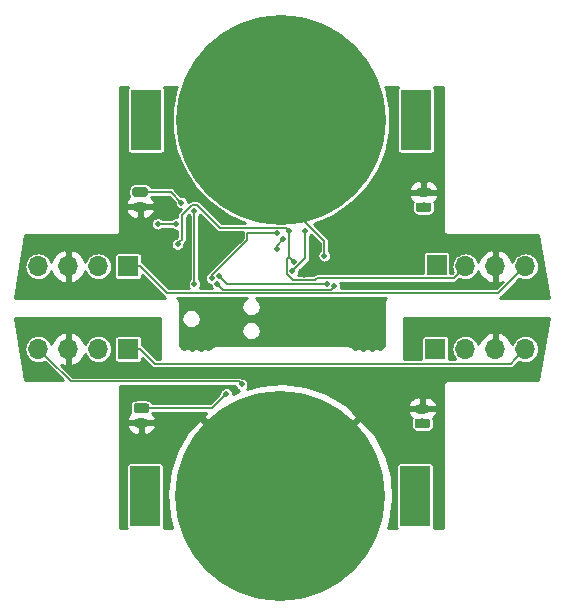
<source format=gbl>
G04 #@! TF.GenerationSoftware,KiCad,Pcbnew,(5.1.0)-1*
G04 #@! TF.CreationDate,2019-03-26T08:32:57+01:00*
G04 #@! TF.ProjectId,node,6e6f6465-2e6b-4696-9361-645f70636258,rev?*
G04 #@! TF.SameCoordinates,Original*
G04 #@! TF.FileFunction,Copper,L2,Bot*
G04 #@! TF.FilePolarity,Positive*
%FSLAX46Y46*%
G04 Gerber Fmt 4.6, Leading zero omitted, Abs format (unit mm)*
G04 Created by KiCad (PCBNEW (5.1.0)-1) date 2019-03-26 08:32:57*
%MOMM*%
%LPD*%
G04 APERTURE LIST*
%ADD10O,1.700000X1.700000*%
%ADD11R,1.700000X1.700000*%
%ADD12R,2.540000X5.080000*%
%ADD13C,17.780000*%
%ADD14O,1.300000X0.800000*%
%ADD15C,0.100000*%
%ADD16C,0.800000*%
%ADD17C,0.500000*%
%ADD18C,0.152400*%
%ADD19C,0.254000*%
G04 APERTURE END LIST*
D10*
X167620000Y-86000000D03*
X165080000Y-86000000D03*
X162540000Y-86000000D03*
D11*
X160000000Y-86000000D03*
D12*
X158366500Y-66594900D03*
X135506500Y-66594900D03*
D13*
X146936500Y-66594900D03*
D12*
X135430300Y-98475200D03*
X158290300Y-98475200D03*
D13*
X146860300Y-98475200D03*
D11*
X134000000Y-79000000D03*
D10*
X131460000Y-79000000D03*
X128920000Y-79000000D03*
X126380000Y-79000000D03*
D11*
X160100000Y-78900000D03*
D10*
X162540000Y-79000000D03*
X165080000Y-79000000D03*
X167620000Y-79000000D03*
X126380000Y-86000000D03*
X128920000Y-86000000D03*
X131460000Y-86000000D03*
D11*
X134000000Y-86000000D03*
D14*
X135000000Y-73950000D03*
D15*
G36*
X135469603Y-72300963D02*
G01*
X135489018Y-72303843D01*
X135508057Y-72308612D01*
X135526537Y-72315224D01*
X135544279Y-72323616D01*
X135561114Y-72333706D01*
X135576879Y-72345398D01*
X135591421Y-72358579D01*
X135604602Y-72373121D01*
X135616294Y-72388886D01*
X135626384Y-72405721D01*
X135634776Y-72423463D01*
X135641388Y-72441943D01*
X135646157Y-72460982D01*
X135649037Y-72480397D01*
X135650000Y-72500000D01*
X135650000Y-72900000D01*
X135649037Y-72919603D01*
X135646157Y-72939018D01*
X135641388Y-72958057D01*
X135634776Y-72976537D01*
X135626384Y-72994279D01*
X135616294Y-73011114D01*
X135604602Y-73026879D01*
X135591421Y-73041421D01*
X135576879Y-73054602D01*
X135561114Y-73066294D01*
X135544279Y-73076384D01*
X135526537Y-73084776D01*
X135508057Y-73091388D01*
X135489018Y-73096157D01*
X135469603Y-73099037D01*
X135450000Y-73100000D01*
X134550000Y-73100000D01*
X134530397Y-73099037D01*
X134510982Y-73096157D01*
X134491943Y-73091388D01*
X134473463Y-73084776D01*
X134455721Y-73076384D01*
X134438886Y-73066294D01*
X134423121Y-73054602D01*
X134408579Y-73041421D01*
X134395398Y-73026879D01*
X134383706Y-73011114D01*
X134373616Y-72994279D01*
X134365224Y-72976537D01*
X134358612Y-72958057D01*
X134353843Y-72939018D01*
X134350963Y-72919603D01*
X134350000Y-72900000D01*
X134350000Y-72500000D01*
X134350963Y-72480397D01*
X134353843Y-72460982D01*
X134358612Y-72441943D01*
X134365224Y-72423463D01*
X134373616Y-72405721D01*
X134383706Y-72388886D01*
X134395398Y-72373121D01*
X134408579Y-72358579D01*
X134423121Y-72345398D01*
X134438886Y-72333706D01*
X134455721Y-72323616D01*
X134473463Y-72315224D01*
X134491943Y-72308612D01*
X134510982Y-72303843D01*
X134530397Y-72300963D01*
X134550000Y-72300000D01*
X135450000Y-72300000D01*
X135469603Y-72300963D01*
X135469603Y-72300963D01*
G37*
D16*
X135000000Y-72700000D03*
D15*
G36*
X159469603Y-73600963D02*
G01*
X159489018Y-73603843D01*
X159508057Y-73608612D01*
X159526537Y-73615224D01*
X159544279Y-73623616D01*
X159561114Y-73633706D01*
X159576879Y-73645398D01*
X159591421Y-73658579D01*
X159604602Y-73673121D01*
X159616294Y-73688886D01*
X159626384Y-73705721D01*
X159634776Y-73723463D01*
X159641388Y-73741943D01*
X159646157Y-73760982D01*
X159649037Y-73780397D01*
X159650000Y-73800000D01*
X159650000Y-74200000D01*
X159649037Y-74219603D01*
X159646157Y-74239018D01*
X159641388Y-74258057D01*
X159634776Y-74276537D01*
X159626384Y-74294279D01*
X159616294Y-74311114D01*
X159604602Y-74326879D01*
X159591421Y-74341421D01*
X159576879Y-74354602D01*
X159561114Y-74366294D01*
X159544279Y-74376384D01*
X159526537Y-74384776D01*
X159508057Y-74391388D01*
X159489018Y-74396157D01*
X159469603Y-74399037D01*
X159450000Y-74400000D01*
X158550000Y-74400000D01*
X158530397Y-74399037D01*
X158510982Y-74396157D01*
X158491943Y-74391388D01*
X158473463Y-74384776D01*
X158455721Y-74376384D01*
X158438886Y-74366294D01*
X158423121Y-74354602D01*
X158408579Y-74341421D01*
X158395398Y-74326879D01*
X158383706Y-74311114D01*
X158373616Y-74294279D01*
X158365224Y-74276537D01*
X158358612Y-74258057D01*
X158353843Y-74239018D01*
X158350963Y-74219603D01*
X158350000Y-74200000D01*
X158350000Y-73800000D01*
X158350963Y-73780397D01*
X158353843Y-73760982D01*
X158358612Y-73741943D01*
X158365224Y-73723463D01*
X158373616Y-73705721D01*
X158383706Y-73688886D01*
X158395398Y-73673121D01*
X158408579Y-73658579D01*
X158423121Y-73645398D01*
X158438886Y-73633706D01*
X158455721Y-73623616D01*
X158473463Y-73615224D01*
X158491943Y-73608612D01*
X158510982Y-73603843D01*
X158530397Y-73600963D01*
X158550000Y-73600000D01*
X159450000Y-73600000D01*
X159469603Y-73600963D01*
X159469603Y-73600963D01*
G37*
D16*
X159000000Y-74000000D03*
D14*
X159000000Y-72750000D03*
D15*
G36*
X135569603Y-90600963D02*
G01*
X135589018Y-90603843D01*
X135608057Y-90608612D01*
X135626537Y-90615224D01*
X135644279Y-90623616D01*
X135661114Y-90633706D01*
X135676879Y-90645398D01*
X135691421Y-90658579D01*
X135704602Y-90673121D01*
X135716294Y-90688886D01*
X135726384Y-90705721D01*
X135734776Y-90723463D01*
X135741388Y-90741943D01*
X135746157Y-90760982D01*
X135749037Y-90780397D01*
X135750000Y-90800000D01*
X135750000Y-91200000D01*
X135749037Y-91219603D01*
X135746157Y-91239018D01*
X135741388Y-91258057D01*
X135734776Y-91276537D01*
X135726384Y-91294279D01*
X135716294Y-91311114D01*
X135704602Y-91326879D01*
X135691421Y-91341421D01*
X135676879Y-91354602D01*
X135661114Y-91366294D01*
X135644279Y-91376384D01*
X135626537Y-91384776D01*
X135608057Y-91391388D01*
X135589018Y-91396157D01*
X135569603Y-91399037D01*
X135550000Y-91400000D01*
X134650000Y-91400000D01*
X134630397Y-91399037D01*
X134610982Y-91396157D01*
X134591943Y-91391388D01*
X134573463Y-91384776D01*
X134555721Y-91376384D01*
X134538886Y-91366294D01*
X134523121Y-91354602D01*
X134508579Y-91341421D01*
X134495398Y-91326879D01*
X134483706Y-91311114D01*
X134473616Y-91294279D01*
X134465224Y-91276537D01*
X134458612Y-91258057D01*
X134453843Y-91239018D01*
X134450963Y-91219603D01*
X134450000Y-91200000D01*
X134450000Y-90800000D01*
X134450963Y-90780397D01*
X134453843Y-90760982D01*
X134458612Y-90741943D01*
X134465224Y-90723463D01*
X134473616Y-90705721D01*
X134483706Y-90688886D01*
X134495398Y-90673121D01*
X134508579Y-90658579D01*
X134523121Y-90645398D01*
X134538886Y-90633706D01*
X134555721Y-90623616D01*
X134573463Y-90615224D01*
X134591943Y-90608612D01*
X134610982Y-90603843D01*
X134630397Y-90600963D01*
X134650000Y-90600000D01*
X135550000Y-90600000D01*
X135569603Y-90600963D01*
X135569603Y-90600963D01*
G37*
D16*
X135100000Y-91000000D03*
D14*
X135100000Y-92250000D03*
X158900000Y-91050000D03*
D15*
G36*
X159369603Y-91900963D02*
G01*
X159389018Y-91903843D01*
X159408057Y-91908612D01*
X159426537Y-91915224D01*
X159444279Y-91923616D01*
X159461114Y-91933706D01*
X159476879Y-91945398D01*
X159491421Y-91958579D01*
X159504602Y-91973121D01*
X159516294Y-91988886D01*
X159526384Y-92005721D01*
X159534776Y-92023463D01*
X159541388Y-92041943D01*
X159546157Y-92060982D01*
X159549037Y-92080397D01*
X159550000Y-92100000D01*
X159550000Y-92500000D01*
X159549037Y-92519603D01*
X159546157Y-92539018D01*
X159541388Y-92558057D01*
X159534776Y-92576537D01*
X159526384Y-92594279D01*
X159516294Y-92611114D01*
X159504602Y-92626879D01*
X159491421Y-92641421D01*
X159476879Y-92654602D01*
X159461114Y-92666294D01*
X159444279Y-92676384D01*
X159426537Y-92684776D01*
X159408057Y-92691388D01*
X159389018Y-92696157D01*
X159369603Y-92699037D01*
X159350000Y-92700000D01*
X158450000Y-92700000D01*
X158430397Y-92699037D01*
X158410982Y-92696157D01*
X158391943Y-92691388D01*
X158373463Y-92684776D01*
X158355721Y-92676384D01*
X158338886Y-92666294D01*
X158323121Y-92654602D01*
X158308579Y-92641421D01*
X158295398Y-92626879D01*
X158283706Y-92611114D01*
X158273616Y-92594279D01*
X158265224Y-92576537D01*
X158258612Y-92558057D01*
X158253843Y-92539018D01*
X158250963Y-92519603D01*
X158250000Y-92500000D01*
X158250000Y-92100000D01*
X158250963Y-92080397D01*
X158253843Y-92060982D01*
X158258612Y-92041943D01*
X158265224Y-92023463D01*
X158273616Y-92005721D01*
X158283706Y-91988886D01*
X158295398Y-91973121D01*
X158308579Y-91958579D01*
X158323121Y-91945398D01*
X158338886Y-91933706D01*
X158355721Y-91923616D01*
X158373463Y-91915224D01*
X158391943Y-91908612D01*
X158410982Y-91903843D01*
X158430397Y-91900963D01*
X158450000Y-91900000D01*
X159350000Y-91900000D01*
X159369603Y-91900963D01*
X159369603Y-91900963D01*
G37*
D16*
X158900000Y-92300000D03*
D17*
X135500000Y-98500000D03*
X158300000Y-98500000D03*
X137000000Y-79700000D03*
X135500000Y-66600000D03*
X158400000Y-66246447D03*
X150600000Y-78100000D03*
X144900000Y-99300000D03*
X141900000Y-76700000D03*
X148900000Y-79700000D03*
X137528600Y-76250000D03*
X151221390Y-75691390D03*
X137800000Y-74500000D03*
X150100000Y-75400000D03*
X139400000Y-82100000D03*
X133200000Y-80600000D03*
X145900000Y-83300000D03*
X140142885Y-84657416D03*
X148000000Y-78600000D03*
X147600000Y-76000000D03*
X138172500Y-77122500D03*
X147100000Y-76700000D03*
X146557413Y-77542587D03*
X146600000Y-76200000D03*
X141059019Y-80010393D03*
X147900000Y-79400000D03*
X149000000Y-76000000D03*
X141545257Y-80485834D03*
X151418923Y-80706307D03*
X141691400Y-79850012D03*
X150800000Y-80500000D03*
X138500000Y-73600000D03*
X139600000Y-80500000D03*
X139600000Y-74300000D03*
X142300000Y-89800000D03*
X138078600Y-75400000D03*
X136500000Y-75400000D03*
X143600000Y-89000000D03*
D18*
X147308055Y-66484579D02*
X146954502Y-66484579D01*
X153074579Y-66484579D02*
X147308055Y-66484579D01*
X146936500Y-73228170D02*
X146936500Y-66594900D01*
X150600000Y-76891670D02*
X146936500Y-73228170D01*
X150600000Y-78100000D02*
X150600000Y-76891670D01*
X148000000Y-78600000D02*
X147600000Y-78200000D01*
X147421399Y-78378601D02*
X147600000Y-78200000D01*
X147421399Y-79629729D02*
X147421399Y-78378601D01*
X147970271Y-80178601D02*
X147421399Y-79629729D01*
X149821399Y-80178601D02*
X147970271Y-80178601D01*
X150021399Y-79978601D02*
X149821399Y-80178601D01*
X161561399Y-79978601D02*
X150021399Y-79978601D01*
X162540000Y-79000000D02*
X161561399Y-79978601D01*
X147600000Y-78200000D02*
X147600000Y-76400000D01*
X147600000Y-76400000D02*
X147600000Y-76000000D01*
X138557201Y-76737799D02*
X138422499Y-76872501D01*
X138557201Y-74634469D02*
X138557201Y-76737799D01*
X139370271Y-73821399D02*
X138557201Y-74634469D01*
X139829729Y-73821399D02*
X139370271Y-73821399D01*
X138422499Y-76872501D02*
X138172500Y-77122500D01*
X141729729Y-75721399D02*
X139829729Y-73821399D01*
X147321399Y-75721399D02*
X141729729Y-75721399D01*
X147600000Y-76000000D02*
X147321399Y-75721399D01*
X147100000Y-76700000D02*
X146915000Y-76700000D01*
X146557413Y-77242587D02*
X147100000Y-76700000D01*
X146557413Y-77542587D02*
X146557413Y-77242587D01*
X145000000Y-76200000D02*
X144900000Y-76200000D01*
X146600000Y-76200000D02*
X145000000Y-76200000D01*
X144080944Y-76200000D02*
X145000000Y-76200000D01*
X144080944Y-76752138D02*
X144080944Y-76200000D01*
X141059019Y-79774063D02*
X144080944Y-76752138D01*
X141059019Y-80010393D02*
X141059019Y-79774063D01*
X147900000Y-79400000D02*
X149000000Y-78300000D01*
X149000000Y-78300000D02*
X149000000Y-76000000D01*
X135002400Y-79000000D02*
X134000000Y-79000000D01*
X137285811Y-81283411D02*
X135002400Y-79000000D01*
X165336589Y-81283411D02*
X137285811Y-81283411D01*
X167620000Y-79000000D02*
X165336589Y-81283411D01*
X166770001Y-86849999D02*
X167620000Y-86000000D01*
X166378690Y-87241310D02*
X166770001Y-86849999D01*
X136243710Y-87241310D02*
X166378690Y-87241310D01*
X135002400Y-86000000D02*
X136243710Y-87241310D01*
X134000000Y-86000000D02*
X135002400Y-86000000D01*
X151146629Y-80978601D02*
X151418923Y-80706307D01*
X141545257Y-80485834D02*
X142038024Y-80978601D01*
X142038024Y-80978601D02*
X151146629Y-80978601D01*
X141691400Y-79850012D02*
X142341388Y-80500000D01*
X142341388Y-80500000D02*
X150800000Y-80500000D01*
X137600000Y-72700000D02*
X135000000Y-72700000D01*
X138500000Y-73600000D02*
X137600000Y-72700000D01*
X139600000Y-80500000D02*
X139600000Y-74300000D01*
X141100000Y-91000000D02*
X135100000Y-91000000D01*
X142300000Y-89800000D02*
X141100000Y-91000000D01*
X136500000Y-75400000D02*
X138078600Y-75400000D01*
X127229999Y-86849999D02*
X126380000Y-86000000D01*
X129130001Y-88750001D02*
X127229999Y-86849999D01*
X143350001Y-88750001D02*
X129130001Y-88750001D01*
X143600000Y-89000000D02*
X143350001Y-88750001D01*
D19*
G36*
X136657100Y-86834910D02*
G01*
X136412046Y-86834910D01*
X135303882Y-85726746D01*
X135291158Y-85711242D01*
X135229276Y-85660456D01*
X135181797Y-85635078D01*
X135181797Y-85150000D01*
X135175422Y-85085270D01*
X135156540Y-85023027D01*
X135125879Y-84965663D01*
X135084616Y-84915384D01*
X135034337Y-84874121D01*
X134976973Y-84843460D01*
X134914730Y-84824578D01*
X134850000Y-84818203D01*
X133150000Y-84818203D01*
X133085270Y-84824578D01*
X133023027Y-84843460D01*
X132965663Y-84874121D01*
X132915384Y-84915384D01*
X132874121Y-84965663D01*
X132843460Y-85023027D01*
X132824578Y-85085270D01*
X132818203Y-85150000D01*
X132818203Y-86850000D01*
X132824578Y-86914730D01*
X132843460Y-86976973D01*
X132874121Y-87034337D01*
X132915384Y-87084616D01*
X132965663Y-87125879D01*
X133023027Y-87156540D01*
X133085270Y-87175422D01*
X133150000Y-87181797D01*
X134850000Y-87181797D01*
X134914730Y-87175422D01*
X134976973Y-87156540D01*
X135034337Y-87125879D01*
X135084616Y-87084616D01*
X135125879Y-87034337D01*
X135156540Y-86976973D01*
X135175422Y-86914730D01*
X135181797Y-86850000D01*
X135181797Y-86754133D01*
X135942228Y-87514564D01*
X135954952Y-87530068D01*
X136016834Y-87580854D01*
X136087435Y-87618591D01*
X136140803Y-87634780D01*
X136164041Y-87641829D01*
X136172045Y-87642617D01*
X136223750Y-87647710D01*
X136223756Y-87647710D01*
X136243709Y-87649675D01*
X136263662Y-87647710D01*
X166358737Y-87647710D01*
X166378690Y-87649675D01*
X166398643Y-87647710D01*
X166398650Y-87647710D01*
X166458358Y-87641829D01*
X166534965Y-87618591D01*
X166605566Y-87580854D01*
X166667448Y-87530068D01*
X166680172Y-87514564D01*
X167122462Y-87072274D01*
X167166172Y-87095638D01*
X167388640Y-87163123D01*
X167562025Y-87180200D01*
X167677975Y-87180200D01*
X167851360Y-87163123D01*
X168073828Y-87095638D01*
X168278856Y-86986048D01*
X168458565Y-86838565D01*
X168606048Y-86658856D01*
X168715638Y-86453828D01*
X168783123Y-86231360D01*
X168805910Y-86000000D01*
X168783123Y-85768640D01*
X168715638Y-85546172D01*
X168606048Y-85341144D01*
X168458565Y-85161435D01*
X168278856Y-85013952D01*
X168073828Y-84904362D01*
X167851360Y-84836877D01*
X167677975Y-84819800D01*
X167562025Y-84819800D01*
X167388640Y-84836877D01*
X167166172Y-84904362D01*
X166961144Y-85013952D01*
X166781435Y-85161435D01*
X166633952Y-85341144D01*
X166524362Y-85546172D01*
X166507183Y-85602803D01*
X166424157Y-85368748D01*
X166275178Y-85118645D01*
X166080269Y-84902412D01*
X165846920Y-84728359D01*
X165584099Y-84603175D01*
X165436890Y-84558524D01*
X165207000Y-84679845D01*
X165207000Y-85873000D01*
X165227000Y-85873000D01*
X165227000Y-86127000D01*
X165207000Y-86127000D01*
X165207000Y-86147000D01*
X164953000Y-86147000D01*
X164953000Y-86127000D01*
X164933000Y-86127000D01*
X164933000Y-85873000D01*
X164953000Y-85873000D01*
X164953000Y-84679845D01*
X164723110Y-84558524D01*
X164575901Y-84603175D01*
X164313080Y-84728359D01*
X164079731Y-84902412D01*
X163884822Y-85118645D01*
X163735843Y-85368748D01*
X163652817Y-85602803D01*
X163635638Y-85546172D01*
X163526048Y-85341144D01*
X163378565Y-85161435D01*
X163198856Y-85013952D01*
X162993828Y-84904362D01*
X162771360Y-84836877D01*
X162597975Y-84819800D01*
X162482025Y-84819800D01*
X162308640Y-84836877D01*
X162086172Y-84904362D01*
X161881144Y-85013952D01*
X161701435Y-85161435D01*
X161553952Y-85341144D01*
X161444362Y-85546172D01*
X161376877Y-85768640D01*
X161354090Y-86000000D01*
X161376877Y-86231360D01*
X161444362Y-86453828D01*
X161553952Y-86658856D01*
X161698435Y-86834910D01*
X161181797Y-86834910D01*
X161181797Y-85150000D01*
X161175422Y-85085270D01*
X161156540Y-85023027D01*
X161125879Y-84965663D01*
X161084616Y-84915384D01*
X161034337Y-84874121D01*
X160976973Y-84843460D01*
X160914730Y-84824578D01*
X160850000Y-84818203D01*
X159150000Y-84818203D01*
X159085270Y-84824578D01*
X159023027Y-84843460D01*
X158965663Y-84874121D01*
X158915384Y-84915384D01*
X158874121Y-84965663D01*
X158843460Y-85023027D01*
X158824578Y-85085270D01*
X158818203Y-85150000D01*
X158818203Y-86834910D01*
X157342900Y-86834910D01*
X157342900Y-83342900D01*
X169595220Y-83342900D01*
X168709521Y-88657100D01*
X161016843Y-88657100D01*
X161000000Y-88655441D01*
X160983157Y-88657100D01*
X160932780Y-88662062D01*
X160868143Y-88681669D01*
X160808573Y-88713510D01*
X160756360Y-88756360D01*
X160713510Y-88808573D01*
X160681669Y-88868143D01*
X160662062Y-88932780D01*
X160655441Y-89000000D01*
X160657101Y-89016853D01*
X160657100Y-101157100D01*
X159858862Y-101157100D01*
X159866840Y-101142173D01*
X159885722Y-101079930D01*
X159892097Y-101015200D01*
X159892097Y-95935200D01*
X159885722Y-95870470D01*
X159866840Y-95808227D01*
X159836179Y-95750863D01*
X159794916Y-95700584D01*
X159744637Y-95659321D01*
X159687273Y-95628660D01*
X159625030Y-95609778D01*
X159560300Y-95603403D01*
X157020300Y-95603403D01*
X156955570Y-95609778D01*
X156893327Y-95628660D01*
X156835963Y-95659321D01*
X156785684Y-95700584D01*
X156744421Y-95750863D01*
X156713760Y-95808227D01*
X156694878Y-95870470D01*
X156688503Y-95935200D01*
X156688503Y-101015200D01*
X156694878Y-101079930D01*
X156713760Y-101142173D01*
X156721738Y-101157100D01*
X156006122Y-101157100D01*
X156195765Y-100585838D01*
X156428152Y-98724024D01*
X156292851Y-96852647D01*
X155795063Y-95043624D01*
X154953916Y-93366475D01*
X154677438Y-92952697D01*
X153605024Y-91910081D01*
X147039905Y-98475200D01*
X149721805Y-101157100D01*
X149362595Y-101157100D01*
X146860300Y-98654805D01*
X144358005Y-101157100D01*
X143998795Y-101157100D01*
X146680695Y-98475200D01*
X140115576Y-91910081D01*
X139043162Y-92952697D01*
X138115979Y-94583858D01*
X137524835Y-96364562D01*
X137292448Y-98226376D01*
X137427749Y-100097753D01*
X137719249Y-101157100D01*
X136998862Y-101157100D01*
X137006840Y-101142173D01*
X137025722Y-101079930D01*
X137032097Y-101015200D01*
X137032097Y-95935200D01*
X137025722Y-95870470D01*
X137006840Y-95808227D01*
X136976179Y-95750863D01*
X136934916Y-95700584D01*
X136884637Y-95659321D01*
X136827273Y-95628660D01*
X136765030Y-95609778D01*
X136700300Y-95603403D01*
X134160300Y-95603403D01*
X134095570Y-95609778D01*
X134033327Y-95628660D01*
X133975963Y-95659321D01*
X133925684Y-95700584D01*
X133884421Y-95750863D01*
X133853760Y-95808227D01*
X133834878Y-95870470D01*
X133828503Y-95935200D01*
X133828503Y-101015200D01*
X133834878Y-101079930D01*
X133853760Y-101142173D01*
X133861738Y-101157100D01*
X133342900Y-101157100D01*
X133342900Y-92536123D01*
X133855334Y-92536123D01*
X133865006Y-92612972D01*
X133954745Y-92798160D01*
X134078888Y-92962283D01*
X134232664Y-93099033D01*
X134410164Y-93203155D01*
X134604567Y-93270648D01*
X134808401Y-93298918D01*
X134973000Y-93133762D01*
X134973000Y-92377000D01*
X135227000Y-92377000D01*
X135227000Y-93133762D01*
X135391599Y-93298918D01*
X135595433Y-93270648D01*
X135789836Y-93203155D01*
X135967336Y-93099033D01*
X136121112Y-92962283D01*
X136245255Y-92798160D01*
X136334994Y-92612972D01*
X136344666Y-92536123D01*
X136216998Y-92377000D01*
X135227000Y-92377000D01*
X134973000Y-92377000D01*
X133983002Y-92377000D01*
X133855334Y-92536123D01*
X133342900Y-92536123D01*
X133342900Y-89156401D01*
X143039544Y-89156401D01*
X143042097Y-89169238D01*
X143085834Y-89274828D01*
X143149329Y-89369856D01*
X143230144Y-89450671D01*
X143325172Y-89514166D01*
X143410573Y-89549540D01*
X142880200Y-89815540D01*
X142880200Y-89742855D01*
X142857903Y-89630762D01*
X142814166Y-89525172D01*
X142750671Y-89430144D01*
X142669856Y-89349329D01*
X142574828Y-89285834D01*
X142469238Y-89242097D01*
X142357145Y-89219800D01*
X142242855Y-89219800D01*
X142130762Y-89242097D01*
X142025172Y-89285834D01*
X141930144Y-89349329D01*
X141849329Y-89430144D01*
X141785834Y-89525172D01*
X141742097Y-89630762D01*
X141719800Y-89742855D01*
X141719800Y-89805464D01*
X140931664Y-90593600D01*
X136039771Y-90593600D01*
X135992173Y-90504549D01*
X135926037Y-90423963D01*
X135845451Y-90357827D01*
X135753510Y-90308684D01*
X135653748Y-90278421D01*
X135550000Y-90268203D01*
X134650000Y-90268203D01*
X134546252Y-90278421D01*
X134446490Y-90308684D01*
X134354549Y-90357827D01*
X134273963Y-90423963D01*
X134207827Y-90504549D01*
X134158684Y-90596490D01*
X134128421Y-90696252D01*
X134118203Y-90800000D01*
X134118203Y-91200000D01*
X134128421Y-91303748D01*
X134158684Y-91403510D01*
X134181598Y-91446379D01*
X134078888Y-91537717D01*
X133954745Y-91701840D01*
X133865006Y-91887028D01*
X133855334Y-91963877D01*
X133983002Y-92123000D01*
X134973000Y-92123000D01*
X134973000Y-92103000D01*
X135227000Y-92103000D01*
X135227000Y-92123000D01*
X136216998Y-92123000D01*
X136344666Y-91963877D01*
X136334994Y-91887028D01*
X136245255Y-91701840D01*
X136121112Y-91537717D01*
X136018402Y-91446379D01*
X136039771Y-91406400D01*
X140610252Y-91406400D01*
X140295181Y-91730476D01*
X146860300Y-98295595D01*
X153425419Y-91730476D01*
X153042024Y-91336123D01*
X157655334Y-91336123D01*
X157665006Y-91412972D01*
X157754745Y-91598160D01*
X157878888Y-91762283D01*
X157981598Y-91853621D01*
X157958684Y-91896490D01*
X157928421Y-91996252D01*
X157918203Y-92100000D01*
X157918203Y-92500000D01*
X157928421Y-92603748D01*
X157958684Y-92703510D01*
X158007827Y-92795451D01*
X158073963Y-92876037D01*
X158154549Y-92942173D01*
X158246490Y-92991316D01*
X158346252Y-93021579D01*
X158450000Y-93031797D01*
X159350000Y-93031797D01*
X159453748Y-93021579D01*
X159553510Y-92991316D01*
X159645451Y-92942173D01*
X159726037Y-92876037D01*
X159792173Y-92795451D01*
X159841316Y-92703510D01*
X159871579Y-92603748D01*
X159881797Y-92500000D01*
X159881797Y-92100000D01*
X159871579Y-91996252D01*
X159841316Y-91896490D01*
X159818402Y-91853621D01*
X159921112Y-91762283D01*
X160045255Y-91598160D01*
X160134994Y-91412972D01*
X160144666Y-91336123D01*
X160016998Y-91177000D01*
X159027000Y-91177000D01*
X159027000Y-91197000D01*
X158773000Y-91197000D01*
X158773000Y-91177000D01*
X157783002Y-91177000D01*
X157655334Y-91336123D01*
X153042024Y-91336123D01*
X152485678Y-90763877D01*
X157655334Y-90763877D01*
X157783002Y-90923000D01*
X158773000Y-90923000D01*
X158773000Y-90166238D01*
X159027000Y-90166238D01*
X159027000Y-90923000D01*
X160016998Y-90923000D01*
X160144666Y-90763877D01*
X160134994Y-90687028D01*
X160045255Y-90501840D01*
X159921112Y-90337717D01*
X159767336Y-90200967D01*
X159589836Y-90096845D01*
X159395433Y-90029352D01*
X159191599Y-90001082D01*
X159027000Y-90166238D01*
X158773000Y-90166238D01*
X158608401Y-90001082D01*
X158404567Y-90029352D01*
X158210164Y-90096845D01*
X158032664Y-90200967D01*
X157878888Y-90337717D01*
X157754745Y-90501840D01*
X157665006Y-90687028D01*
X157655334Y-90763877D01*
X152485678Y-90763877D01*
X152382803Y-90658062D01*
X150751642Y-89730879D01*
X148970938Y-89139735D01*
X147109124Y-88907348D01*
X145237747Y-89042649D01*
X144051129Y-89369170D01*
X144114166Y-89274828D01*
X144157903Y-89169238D01*
X144180200Y-89057145D01*
X144180200Y-88942855D01*
X144157903Y-88830762D01*
X144114166Y-88725172D01*
X144050671Y-88630144D01*
X143969856Y-88549329D01*
X143874828Y-88485834D01*
X143769238Y-88442097D01*
X143657145Y-88419800D01*
X143588261Y-88419800D01*
X143576877Y-88410457D01*
X143506276Y-88372720D01*
X143429669Y-88349482D01*
X143369961Y-88343601D01*
X143369954Y-88343601D01*
X143350001Y-88341636D01*
X143330048Y-88343601D01*
X129298338Y-88343601D01*
X128293043Y-87338307D01*
X128415901Y-87396825D01*
X128563110Y-87441476D01*
X128793000Y-87320155D01*
X128793000Y-86127000D01*
X128773000Y-86127000D01*
X128773000Y-85873000D01*
X128793000Y-85873000D01*
X128793000Y-84679845D01*
X129047000Y-84679845D01*
X129047000Y-85873000D01*
X129067000Y-85873000D01*
X129067000Y-86127000D01*
X129047000Y-86127000D01*
X129047000Y-87320155D01*
X129276890Y-87441476D01*
X129424099Y-87396825D01*
X129686920Y-87271641D01*
X129920269Y-87097588D01*
X130115178Y-86881355D01*
X130264157Y-86631252D01*
X130347183Y-86397197D01*
X130364362Y-86453828D01*
X130473952Y-86658856D01*
X130621435Y-86838565D01*
X130801144Y-86986048D01*
X131006172Y-87095638D01*
X131228640Y-87163123D01*
X131402025Y-87180200D01*
X131517975Y-87180200D01*
X131691360Y-87163123D01*
X131913828Y-87095638D01*
X132118856Y-86986048D01*
X132298565Y-86838565D01*
X132446048Y-86658856D01*
X132555638Y-86453828D01*
X132623123Y-86231360D01*
X132645910Y-86000000D01*
X132623123Y-85768640D01*
X132555638Y-85546172D01*
X132446048Y-85341144D01*
X132298565Y-85161435D01*
X132118856Y-85013952D01*
X131913828Y-84904362D01*
X131691360Y-84836877D01*
X131517975Y-84819800D01*
X131402025Y-84819800D01*
X131228640Y-84836877D01*
X131006172Y-84904362D01*
X130801144Y-85013952D01*
X130621435Y-85161435D01*
X130473952Y-85341144D01*
X130364362Y-85546172D01*
X130347183Y-85602803D01*
X130264157Y-85368748D01*
X130115178Y-85118645D01*
X129920269Y-84902412D01*
X129686920Y-84728359D01*
X129424099Y-84603175D01*
X129276890Y-84558524D01*
X129047000Y-84679845D01*
X128793000Y-84679845D01*
X128563110Y-84558524D01*
X128415901Y-84603175D01*
X128153080Y-84728359D01*
X127919731Y-84902412D01*
X127724822Y-85118645D01*
X127575843Y-85368748D01*
X127492817Y-85602803D01*
X127475638Y-85546172D01*
X127366048Y-85341144D01*
X127218565Y-85161435D01*
X127038856Y-85013952D01*
X126833828Y-84904362D01*
X126611360Y-84836877D01*
X126437975Y-84819800D01*
X126322025Y-84819800D01*
X126148640Y-84836877D01*
X125926172Y-84904362D01*
X125721144Y-85013952D01*
X125541435Y-85161435D01*
X125393952Y-85341144D01*
X125284362Y-85546172D01*
X125216877Y-85768640D01*
X125194090Y-86000000D01*
X125216877Y-86231360D01*
X125284362Y-86453828D01*
X125393952Y-86658856D01*
X125541435Y-86838565D01*
X125721144Y-86986048D01*
X125926172Y-87095638D01*
X126148640Y-87163123D01*
X126322025Y-87180200D01*
X126437975Y-87180200D01*
X126611360Y-87163123D01*
X126833828Y-87095638D01*
X126877538Y-87072274D01*
X126928517Y-87123253D01*
X128462363Y-88657100D01*
X125290479Y-88657100D01*
X124404779Y-83342900D01*
X136657101Y-83342900D01*
X136657100Y-86834910D01*
X136657100Y-86834910D01*
G37*
X136657100Y-86834910D02*
X136412046Y-86834910D01*
X135303882Y-85726746D01*
X135291158Y-85711242D01*
X135229276Y-85660456D01*
X135181797Y-85635078D01*
X135181797Y-85150000D01*
X135175422Y-85085270D01*
X135156540Y-85023027D01*
X135125879Y-84965663D01*
X135084616Y-84915384D01*
X135034337Y-84874121D01*
X134976973Y-84843460D01*
X134914730Y-84824578D01*
X134850000Y-84818203D01*
X133150000Y-84818203D01*
X133085270Y-84824578D01*
X133023027Y-84843460D01*
X132965663Y-84874121D01*
X132915384Y-84915384D01*
X132874121Y-84965663D01*
X132843460Y-85023027D01*
X132824578Y-85085270D01*
X132818203Y-85150000D01*
X132818203Y-86850000D01*
X132824578Y-86914730D01*
X132843460Y-86976973D01*
X132874121Y-87034337D01*
X132915384Y-87084616D01*
X132965663Y-87125879D01*
X133023027Y-87156540D01*
X133085270Y-87175422D01*
X133150000Y-87181797D01*
X134850000Y-87181797D01*
X134914730Y-87175422D01*
X134976973Y-87156540D01*
X135034337Y-87125879D01*
X135084616Y-87084616D01*
X135125879Y-87034337D01*
X135156540Y-86976973D01*
X135175422Y-86914730D01*
X135181797Y-86850000D01*
X135181797Y-86754133D01*
X135942228Y-87514564D01*
X135954952Y-87530068D01*
X136016834Y-87580854D01*
X136087435Y-87618591D01*
X136140803Y-87634780D01*
X136164041Y-87641829D01*
X136172045Y-87642617D01*
X136223750Y-87647710D01*
X136223756Y-87647710D01*
X136243709Y-87649675D01*
X136263662Y-87647710D01*
X166358737Y-87647710D01*
X166378690Y-87649675D01*
X166398643Y-87647710D01*
X166398650Y-87647710D01*
X166458358Y-87641829D01*
X166534965Y-87618591D01*
X166605566Y-87580854D01*
X166667448Y-87530068D01*
X166680172Y-87514564D01*
X167122462Y-87072274D01*
X167166172Y-87095638D01*
X167388640Y-87163123D01*
X167562025Y-87180200D01*
X167677975Y-87180200D01*
X167851360Y-87163123D01*
X168073828Y-87095638D01*
X168278856Y-86986048D01*
X168458565Y-86838565D01*
X168606048Y-86658856D01*
X168715638Y-86453828D01*
X168783123Y-86231360D01*
X168805910Y-86000000D01*
X168783123Y-85768640D01*
X168715638Y-85546172D01*
X168606048Y-85341144D01*
X168458565Y-85161435D01*
X168278856Y-85013952D01*
X168073828Y-84904362D01*
X167851360Y-84836877D01*
X167677975Y-84819800D01*
X167562025Y-84819800D01*
X167388640Y-84836877D01*
X167166172Y-84904362D01*
X166961144Y-85013952D01*
X166781435Y-85161435D01*
X166633952Y-85341144D01*
X166524362Y-85546172D01*
X166507183Y-85602803D01*
X166424157Y-85368748D01*
X166275178Y-85118645D01*
X166080269Y-84902412D01*
X165846920Y-84728359D01*
X165584099Y-84603175D01*
X165436890Y-84558524D01*
X165207000Y-84679845D01*
X165207000Y-85873000D01*
X165227000Y-85873000D01*
X165227000Y-86127000D01*
X165207000Y-86127000D01*
X165207000Y-86147000D01*
X164953000Y-86147000D01*
X164953000Y-86127000D01*
X164933000Y-86127000D01*
X164933000Y-85873000D01*
X164953000Y-85873000D01*
X164953000Y-84679845D01*
X164723110Y-84558524D01*
X164575901Y-84603175D01*
X164313080Y-84728359D01*
X164079731Y-84902412D01*
X163884822Y-85118645D01*
X163735843Y-85368748D01*
X163652817Y-85602803D01*
X163635638Y-85546172D01*
X163526048Y-85341144D01*
X163378565Y-85161435D01*
X163198856Y-85013952D01*
X162993828Y-84904362D01*
X162771360Y-84836877D01*
X162597975Y-84819800D01*
X162482025Y-84819800D01*
X162308640Y-84836877D01*
X162086172Y-84904362D01*
X161881144Y-85013952D01*
X161701435Y-85161435D01*
X161553952Y-85341144D01*
X161444362Y-85546172D01*
X161376877Y-85768640D01*
X161354090Y-86000000D01*
X161376877Y-86231360D01*
X161444362Y-86453828D01*
X161553952Y-86658856D01*
X161698435Y-86834910D01*
X161181797Y-86834910D01*
X161181797Y-85150000D01*
X161175422Y-85085270D01*
X161156540Y-85023027D01*
X161125879Y-84965663D01*
X161084616Y-84915384D01*
X161034337Y-84874121D01*
X160976973Y-84843460D01*
X160914730Y-84824578D01*
X160850000Y-84818203D01*
X159150000Y-84818203D01*
X159085270Y-84824578D01*
X159023027Y-84843460D01*
X158965663Y-84874121D01*
X158915384Y-84915384D01*
X158874121Y-84965663D01*
X158843460Y-85023027D01*
X158824578Y-85085270D01*
X158818203Y-85150000D01*
X158818203Y-86834910D01*
X157342900Y-86834910D01*
X157342900Y-83342900D01*
X169595220Y-83342900D01*
X168709521Y-88657100D01*
X161016843Y-88657100D01*
X161000000Y-88655441D01*
X160983157Y-88657100D01*
X160932780Y-88662062D01*
X160868143Y-88681669D01*
X160808573Y-88713510D01*
X160756360Y-88756360D01*
X160713510Y-88808573D01*
X160681669Y-88868143D01*
X160662062Y-88932780D01*
X160655441Y-89000000D01*
X160657101Y-89016853D01*
X160657100Y-101157100D01*
X159858862Y-101157100D01*
X159866840Y-101142173D01*
X159885722Y-101079930D01*
X159892097Y-101015200D01*
X159892097Y-95935200D01*
X159885722Y-95870470D01*
X159866840Y-95808227D01*
X159836179Y-95750863D01*
X159794916Y-95700584D01*
X159744637Y-95659321D01*
X159687273Y-95628660D01*
X159625030Y-95609778D01*
X159560300Y-95603403D01*
X157020300Y-95603403D01*
X156955570Y-95609778D01*
X156893327Y-95628660D01*
X156835963Y-95659321D01*
X156785684Y-95700584D01*
X156744421Y-95750863D01*
X156713760Y-95808227D01*
X156694878Y-95870470D01*
X156688503Y-95935200D01*
X156688503Y-101015200D01*
X156694878Y-101079930D01*
X156713760Y-101142173D01*
X156721738Y-101157100D01*
X156006122Y-101157100D01*
X156195765Y-100585838D01*
X156428152Y-98724024D01*
X156292851Y-96852647D01*
X155795063Y-95043624D01*
X154953916Y-93366475D01*
X154677438Y-92952697D01*
X153605024Y-91910081D01*
X147039905Y-98475200D01*
X149721805Y-101157100D01*
X149362595Y-101157100D01*
X146860300Y-98654805D01*
X144358005Y-101157100D01*
X143998795Y-101157100D01*
X146680695Y-98475200D01*
X140115576Y-91910081D01*
X139043162Y-92952697D01*
X138115979Y-94583858D01*
X137524835Y-96364562D01*
X137292448Y-98226376D01*
X137427749Y-100097753D01*
X137719249Y-101157100D01*
X136998862Y-101157100D01*
X137006840Y-101142173D01*
X137025722Y-101079930D01*
X137032097Y-101015200D01*
X137032097Y-95935200D01*
X137025722Y-95870470D01*
X137006840Y-95808227D01*
X136976179Y-95750863D01*
X136934916Y-95700584D01*
X136884637Y-95659321D01*
X136827273Y-95628660D01*
X136765030Y-95609778D01*
X136700300Y-95603403D01*
X134160300Y-95603403D01*
X134095570Y-95609778D01*
X134033327Y-95628660D01*
X133975963Y-95659321D01*
X133925684Y-95700584D01*
X133884421Y-95750863D01*
X133853760Y-95808227D01*
X133834878Y-95870470D01*
X133828503Y-95935200D01*
X133828503Y-101015200D01*
X133834878Y-101079930D01*
X133853760Y-101142173D01*
X133861738Y-101157100D01*
X133342900Y-101157100D01*
X133342900Y-92536123D01*
X133855334Y-92536123D01*
X133865006Y-92612972D01*
X133954745Y-92798160D01*
X134078888Y-92962283D01*
X134232664Y-93099033D01*
X134410164Y-93203155D01*
X134604567Y-93270648D01*
X134808401Y-93298918D01*
X134973000Y-93133762D01*
X134973000Y-92377000D01*
X135227000Y-92377000D01*
X135227000Y-93133762D01*
X135391599Y-93298918D01*
X135595433Y-93270648D01*
X135789836Y-93203155D01*
X135967336Y-93099033D01*
X136121112Y-92962283D01*
X136245255Y-92798160D01*
X136334994Y-92612972D01*
X136344666Y-92536123D01*
X136216998Y-92377000D01*
X135227000Y-92377000D01*
X134973000Y-92377000D01*
X133983002Y-92377000D01*
X133855334Y-92536123D01*
X133342900Y-92536123D01*
X133342900Y-89156401D01*
X143039544Y-89156401D01*
X143042097Y-89169238D01*
X143085834Y-89274828D01*
X143149329Y-89369856D01*
X143230144Y-89450671D01*
X143325172Y-89514166D01*
X143410573Y-89549540D01*
X142880200Y-89815540D01*
X142880200Y-89742855D01*
X142857903Y-89630762D01*
X142814166Y-89525172D01*
X142750671Y-89430144D01*
X142669856Y-89349329D01*
X142574828Y-89285834D01*
X142469238Y-89242097D01*
X142357145Y-89219800D01*
X142242855Y-89219800D01*
X142130762Y-89242097D01*
X142025172Y-89285834D01*
X141930144Y-89349329D01*
X141849329Y-89430144D01*
X141785834Y-89525172D01*
X141742097Y-89630762D01*
X141719800Y-89742855D01*
X141719800Y-89805464D01*
X140931664Y-90593600D01*
X136039771Y-90593600D01*
X135992173Y-90504549D01*
X135926037Y-90423963D01*
X135845451Y-90357827D01*
X135753510Y-90308684D01*
X135653748Y-90278421D01*
X135550000Y-90268203D01*
X134650000Y-90268203D01*
X134546252Y-90278421D01*
X134446490Y-90308684D01*
X134354549Y-90357827D01*
X134273963Y-90423963D01*
X134207827Y-90504549D01*
X134158684Y-90596490D01*
X134128421Y-90696252D01*
X134118203Y-90800000D01*
X134118203Y-91200000D01*
X134128421Y-91303748D01*
X134158684Y-91403510D01*
X134181598Y-91446379D01*
X134078888Y-91537717D01*
X133954745Y-91701840D01*
X133865006Y-91887028D01*
X133855334Y-91963877D01*
X133983002Y-92123000D01*
X134973000Y-92123000D01*
X134973000Y-92103000D01*
X135227000Y-92103000D01*
X135227000Y-92123000D01*
X136216998Y-92123000D01*
X136344666Y-91963877D01*
X136334994Y-91887028D01*
X136245255Y-91701840D01*
X136121112Y-91537717D01*
X136018402Y-91446379D01*
X136039771Y-91406400D01*
X140610252Y-91406400D01*
X140295181Y-91730476D01*
X146860300Y-98295595D01*
X153425419Y-91730476D01*
X153042024Y-91336123D01*
X157655334Y-91336123D01*
X157665006Y-91412972D01*
X157754745Y-91598160D01*
X157878888Y-91762283D01*
X157981598Y-91853621D01*
X157958684Y-91896490D01*
X157928421Y-91996252D01*
X157918203Y-92100000D01*
X157918203Y-92500000D01*
X157928421Y-92603748D01*
X157958684Y-92703510D01*
X158007827Y-92795451D01*
X158073963Y-92876037D01*
X158154549Y-92942173D01*
X158246490Y-92991316D01*
X158346252Y-93021579D01*
X158450000Y-93031797D01*
X159350000Y-93031797D01*
X159453748Y-93021579D01*
X159553510Y-92991316D01*
X159645451Y-92942173D01*
X159726037Y-92876037D01*
X159792173Y-92795451D01*
X159841316Y-92703510D01*
X159871579Y-92603748D01*
X159881797Y-92500000D01*
X159881797Y-92100000D01*
X159871579Y-91996252D01*
X159841316Y-91896490D01*
X159818402Y-91853621D01*
X159921112Y-91762283D01*
X160045255Y-91598160D01*
X160134994Y-91412972D01*
X160144666Y-91336123D01*
X160016998Y-91177000D01*
X159027000Y-91177000D01*
X159027000Y-91197000D01*
X158773000Y-91197000D01*
X158773000Y-91177000D01*
X157783002Y-91177000D01*
X157655334Y-91336123D01*
X153042024Y-91336123D01*
X152485678Y-90763877D01*
X157655334Y-90763877D01*
X157783002Y-90923000D01*
X158773000Y-90923000D01*
X158773000Y-90166238D01*
X159027000Y-90166238D01*
X159027000Y-90923000D01*
X160016998Y-90923000D01*
X160144666Y-90763877D01*
X160134994Y-90687028D01*
X160045255Y-90501840D01*
X159921112Y-90337717D01*
X159767336Y-90200967D01*
X159589836Y-90096845D01*
X159395433Y-90029352D01*
X159191599Y-90001082D01*
X159027000Y-90166238D01*
X158773000Y-90166238D01*
X158608401Y-90001082D01*
X158404567Y-90029352D01*
X158210164Y-90096845D01*
X158032664Y-90200967D01*
X157878888Y-90337717D01*
X157754745Y-90501840D01*
X157665006Y-90687028D01*
X157655334Y-90763877D01*
X152485678Y-90763877D01*
X152382803Y-90658062D01*
X150751642Y-89730879D01*
X148970938Y-89139735D01*
X147109124Y-88907348D01*
X145237747Y-89042649D01*
X144051129Y-89369170D01*
X144114166Y-89274828D01*
X144157903Y-89169238D01*
X144180200Y-89057145D01*
X144180200Y-88942855D01*
X144157903Y-88830762D01*
X144114166Y-88725172D01*
X144050671Y-88630144D01*
X143969856Y-88549329D01*
X143874828Y-88485834D01*
X143769238Y-88442097D01*
X143657145Y-88419800D01*
X143588261Y-88419800D01*
X143576877Y-88410457D01*
X143506276Y-88372720D01*
X143429669Y-88349482D01*
X143369961Y-88343601D01*
X143369954Y-88343601D01*
X143350001Y-88341636D01*
X143330048Y-88343601D01*
X129298338Y-88343601D01*
X128293043Y-87338307D01*
X128415901Y-87396825D01*
X128563110Y-87441476D01*
X128793000Y-87320155D01*
X128793000Y-86127000D01*
X128773000Y-86127000D01*
X128773000Y-85873000D01*
X128793000Y-85873000D01*
X128793000Y-84679845D01*
X129047000Y-84679845D01*
X129047000Y-85873000D01*
X129067000Y-85873000D01*
X129067000Y-86127000D01*
X129047000Y-86127000D01*
X129047000Y-87320155D01*
X129276890Y-87441476D01*
X129424099Y-87396825D01*
X129686920Y-87271641D01*
X129920269Y-87097588D01*
X130115178Y-86881355D01*
X130264157Y-86631252D01*
X130347183Y-86397197D01*
X130364362Y-86453828D01*
X130473952Y-86658856D01*
X130621435Y-86838565D01*
X130801144Y-86986048D01*
X131006172Y-87095638D01*
X131228640Y-87163123D01*
X131402025Y-87180200D01*
X131517975Y-87180200D01*
X131691360Y-87163123D01*
X131913828Y-87095638D01*
X132118856Y-86986048D01*
X132298565Y-86838565D01*
X132446048Y-86658856D01*
X132555638Y-86453828D01*
X132623123Y-86231360D01*
X132645910Y-86000000D01*
X132623123Y-85768640D01*
X132555638Y-85546172D01*
X132446048Y-85341144D01*
X132298565Y-85161435D01*
X132118856Y-85013952D01*
X131913828Y-84904362D01*
X131691360Y-84836877D01*
X131517975Y-84819800D01*
X131402025Y-84819800D01*
X131228640Y-84836877D01*
X131006172Y-84904362D01*
X130801144Y-85013952D01*
X130621435Y-85161435D01*
X130473952Y-85341144D01*
X130364362Y-85546172D01*
X130347183Y-85602803D01*
X130264157Y-85368748D01*
X130115178Y-85118645D01*
X129920269Y-84902412D01*
X129686920Y-84728359D01*
X129424099Y-84603175D01*
X129276890Y-84558524D01*
X129047000Y-84679845D01*
X128793000Y-84679845D01*
X128563110Y-84558524D01*
X128415901Y-84603175D01*
X128153080Y-84728359D01*
X127919731Y-84902412D01*
X127724822Y-85118645D01*
X127575843Y-85368748D01*
X127492817Y-85602803D01*
X127475638Y-85546172D01*
X127366048Y-85341144D01*
X127218565Y-85161435D01*
X127038856Y-85013952D01*
X126833828Y-84904362D01*
X126611360Y-84836877D01*
X126437975Y-84819800D01*
X126322025Y-84819800D01*
X126148640Y-84836877D01*
X125926172Y-84904362D01*
X125721144Y-85013952D01*
X125541435Y-85161435D01*
X125393952Y-85341144D01*
X125284362Y-85546172D01*
X125216877Y-85768640D01*
X125194090Y-86000000D01*
X125216877Y-86231360D01*
X125284362Y-86453828D01*
X125393952Y-86658856D01*
X125541435Y-86838565D01*
X125721144Y-86986048D01*
X125926172Y-87095638D01*
X126148640Y-87163123D01*
X126322025Y-87180200D01*
X126437975Y-87180200D01*
X126611360Y-87163123D01*
X126833828Y-87095638D01*
X126877538Y-87072274D01*
X126928517Y-87123253D01*
X128462363Y-88657100D01*
X125290479Y-88657100D01*
X124404779Y-83342900D01*
X136657101Y-83342900D01*
X136657100Y-86834910D01*
G36*
X144007979Y-81691452D02*
G01*
X143872775Y-81781792D01*
X143757792Y-81896775D01*
X143667452Y-82031979D01*
X143605224Y-82182211D01*
X143573500Y-82341695D01*
X143573500Y-82504305D01*
X143605224Y-82663789D01*
X143667452Y-82814021D01*
X143757792Y-82949225D01*
X143872775Y-83064208D01*
X144007979Y-83154548D01*
X144158211Y-83216776D01*
X144317695Y-83248500D01*
X144480305Y-83248500D01*
X144639789Y-83216776D01*
X144790021Y-83154548D01*
X144925225Y-83064208D01*
X145040208Y-82949225D01*
X145130548Y-82814021D01*
X145192776Y-82663789D01*
X145224500Y-82504305D01*
X145224500Y-82341695D01*
X145192776Y-82182211D01*
X145130548Y-82031979D01*
X145040208Y-81896775D01*
X144925225Y-81781792D01*
X144790021Y-81691452D01*
X144786059Y-81689811D01*
X155852910Y-81689811D01*
X155808573Y-81713510D01*
X155756360Y-81756360D01*
X155713510Y-81808573D01*
X155681669Y-81868143D01*
X155662062Y-81932780D01*
X155655441Y-82000000D01*
X155657101Y-82016853D01*
X155657100Y-85731464D01*
X155642047Y-85737668D01*
X155637836Y-85739945D01*
X155552323Y-85786956D01*
X155526673Y-85804519D01*
X155500792Y-85821714D01*
X155497112Y-85824759D01*
X155497104Y-85824765D01*
X155497098Y-85824772D01*
X155422351Y-85887491D01*
X155400625Y-85909678D01*
X155378555Y-85931593D01*
X155375529Y-85935304D01*
X155314383Y-86011354D01*
X155313969Y-86011987D01*
X155274828Y-85985834D01*
X155169238Y-85942097D01*
X155057145Y-85919800D01*
X154942855Y-85919800D01*
X154830762Y-85942097D01*
X154725172Y-85985834D01*
X154630144Y-86049329D01*
X154625000Y-86054473D01*
X154619856Y-86049329D01*
X154524828Y-85985834D01*
X154419238Y-85942097D01*
X154307145Y-85919800D01*
X154192855Y-85919800D01*
X154080762Y-85942097D01*
X153975172Y-85985834D01*
X153880144Y-86049329D01*
X153875000Y-86054473D01*
X153869856Y-86049329D01*
X153774828Y-85985834D01*
X153669238Y-85942097D01*
X153557145Y-85919800D01*
X153442855Y-85919800D01*
X153330762Y-85942097D01*
X153225172Y-85985834D01*
X153185990Y-86012014D01*
X153181754Y-86005540D01*
X153178729Y-86001832D01*
X153178727Y-86001829D01*
X153178722Y-86001824D01*
X153116526Y-85926641D01*
X153094460Y-85904728D01*
X153072731Y-85882539D01*
X153069042Y-85879487D01*
X152993421Y-85817811D01*
X152967517Y-85800600D01*
X152941888Y-85783051D01*
X152937687Y-85780780D01*
X152937681Y-85780776D01*
X152937675Y-85780774D01*
X152851515Y-85734962D01*
X152822792Y-85723123D01*
X152794220Y-85710877D01*
X152789652Y-85709464D01*
X152789642Y-85709460D01*
X152789631Y-85709458D01*
X152696227Y-85681257D01*
X152665791Y-85675230D01*
X152635339Y-85668757D01*
X152630583Y-85668258D01*
X152630580Y-85668257D01*
X152630577Y-85668257D01*
X152533460Y-85658735D01*
X152533432Y-85658735D01*
X152516843Y-85657101D01*
X141483158Y-85657099D01*
X141466050Y-85658784D01*
X141459560Y-85658784D01*
X141454798Y-85659285D01*
X141357823Y-85670162D01*
X141327468Y-85676614D01*
X141296936Y-85682659D01*
X141292370Y-85684073D01*
X141292363Y-85684075D01*
X141292357Y-85684078D01*
X141199347Y-85713582D01*
X141170800Y-85725817D01*
X141142047Y-85737668D01*
X141137836Y-85739945D01*
X141052323Y-85786956D01*
X141026673Y-85804519D01*
X141000792Y-85821714D01*
X140997112Y-85824759D01*
X140997104Y-85824765D01*
X140997098Y-85824772D01*
X140922351Y-85887491D01*
X140900625Y-85909678D01*
X140878555Y-85931593D01*
X140875529Y-85935304D01*
X140814383Y-86011354D01*
X140813969Y-86011987D01*
X140774828Y-85985834D01*
X140669238Y-85942097D01*
X140557145Y-85919800D01*
X140442855Y-85919800D01*
X140330762Y-85942097D01*
X140225172Y-85985834D01*
X140130144Y-86049329D01*
X140125000Y-86054473D01*
X140119856Y-86049329D01*
X140024828Y-85985834D01*
X139919238Y-85942097D01*
X139807145Y-85919800D01*
X139692855Y-85919800D01*
X139580762Y-85942097D01*
X139475172Y-85985834D01*
X139380144Y-86049329D01*
X139375000Y-86054473D01*
X139369856Y-86049329D01*
X139274828Y-85985834D01*
X139169238Y-85942097D01*
X139057145Y-85919800D01*
X138942855Y-85919800D01*
X138830762Y-85942097D01*
X138725172Y-85985834D01*
X138685990Y-86012014D01*
X138681754Y-86005540D01*
X138678729Y-86001832D01*
X138678727Y-86001829D01*
X138678722Y-86001824D01*
X138616526Y-85926641D01*
X138594460Y-85904728D01*
X138572731Y-85882539D01*
X138569042Y-85879487D01*
X138493421Y-85817811D01*
X138467517Y-85800600D01*
X138441888Y-85783051D01*
X138437687Y-85780780D01*
X138437681Y-85780776D01*
X138437675Y-85780774D01*
X138351515Y-85734962D01*
X138342900Y-85731411D01*
X138342900Y-84373695D01*
X143573500Y-84373695D01*
X143573500Y-84536305D01*
X143605224Y-84695789D01*
X143667452Y-84846021D01*
X143757792Y-84981225D01*
X143872775Y-85096208D01*
X144007979Y-85186548D01*
X144158211Y-85248776D01*
X144317695Y-85280500D01*
X144480305Y-85280500D01*
X144639789Y-85248776D01*
X144790021Y-85186548D01*
X144925225Y-85096208D01*
X145040208Y-84981225D01*
X145130548Y-84846021D01*
X145192776Y-84695789D01*
X145224500Y-84536305D01*
X145224500Y-84373695D01*
X145192776Y-84214211D01*
X145130548Y-84063979D01*
X145040208Y-83928775D01*
X144925225Y-83813792D01*
X144790021Y-83723452D01*
X144639789Y-83661224D01*
X144480305Y-83629500D01*
X144317695Y-83629500D01*
X144158211Y-83661224D01*
X144007979Y-83723452D01*
X143872775Y-83813792D01*
X143757792Y-83928775D01*
X143667452Y-84063979D01*
X143605224Y-84214211D01*
X143573500Y-84373695D01*
X138342900Y-84373695D01*
X138342900Y-83357695D01*
X138493500Y-83357695D01*
X138493500Y-83520305D01*
X138525224Y-83679789D01*
X138587452Y-83830021D01*
X138677792Y-83965225D01*
X138792775Y-84080208D01*
X138927979Y-84170548D01*
X139078211Y-84232776D01*
X139237695Y-84264500D01*
X139400305Y-84264500D01*
X139559789Y-84232776D01*
X139710021Y-84170548D01*
X139845225Y-84080208D01*
X139960208Y-83965225D01*
X140050548Y-83830021D01*
X140112776Y-83679789D01*
X140144500Y-83520305D01*
X140144500Y-83357695D01*
X140112776Y-83198211D01*
X140050548Y-83047979D01*
X139960208Y-82912775D01*
X139845225Y-82797792D01*
X139710021Y-82707452D01*
X139559789Y-82645224D01*
X139400305Y-82613500D01*
X139237695Y-82613500D01*
X139078211Y-82645224D01*
X138927979Y-82707452D01*
X138792775Y-82797792D01*
X138677792Y-82912775D01*
X138587452Y-83047979D01*
X138525224Y-83198211D01*
X138493500Y-83357695D01*
X138342900Y-83357695D01*
X138342900Y-82016843D01*
X138344559Y-82000000D01*
X138337938Y-81932780D01*
X138318331Y-81868143D01*
X138286490Y-81808573D01*
X138243640Y-81756360D01*
X138191427Y-81713510D01*
X138147090Y-81689811D01*
X144011941Y-81689811D01*
X144007979Y-81691452D01*
X144007979Y-81691452D01*
G37*
X144007979Y-81691452D02*
X143872775Y-81781792D01*
X143757792Y-81896775D01*
X143667452Y-82031979D01*
X143605224Y-82182211D01*
X143573500Y-82341695D01*
X143573500Y-82504305D01*
X143605224Y-82663789D01*
X143667452Y-82814021D01*
X143757792Y-82949225D01*
X143872775Y-83064208D01*
X144007979Y-83154548D01*
X144158211Y-83216776D01*
X144317695Y-83248500D01*
X144480305Y-83248500D01*
X144639789Y-83216776D01*
X144790021Y-83154548D01*
X144925225Y-83064208D01*
X145040208Y-82949225D01*
X145130548Y-82814021D01*
X145192776Y-82663789D01*
X145224500Y-82504305D01*
X145224500Y-82341695D01*
X145192776Y-82182211D01*
X145130548Y-82031979D01*
X145040208Y-81896775D01*
X144925225Y-81781792D01*
X144790021Y-81691452D01*
X144786059Y-81689811D01*
X155852910Y-81689811D01*
X155808573Y-81713510D01*
X155756360Y-81756360D01*
X155713510Y-81808573D01*
X155681669Y-81868143D01*
X155662062Y-81932780D01*
X155655441Y-82000000D01*
X155657101Y-82016853D01*
X155657100Y-85731464D01*
X155642047Y-85737668D01*
X155637836Y-85739945D01*
X155552323Y-85786956D01*
X155526673Y-85804519D01*
X155500792Y-85821714D01*
X155497112Y-85824759D01*
X155497104Y-85824765D01*
X155497098Y-85824772D01*
X155422351Y-85887491D01*
X155400625Y-85909678D01*
X155378555Y-85931593D01*
X155375529Y-85935304D01*
X155314383Y-86011354D01*
X155313969Y-86011987D01*
X155274828Y-85985834D01*
X155169238Y-85942097D01*
X155057145Y-85919800D01*
X154942855Y-85919800D01*
X154830762Y-85942097D01*
X154725172Y-85985834D01*
X154630144Y-86049329D01*
X154625000Y-86054473D01*
X154619856Y-86049329D01*
X154524828Y-85985834D01*
X154419238Y-85942097D01*
X154307145Y-85919800D01*
X154192855Y-85919800D01*
X154080762Y-85942097D01*
X153975172Y-85985834D01*
X153880144Y-86049329D01*
X153875000Y-86054473D01*
X153869856Y-86049329D01*
X153774828Y-85985834D01*
X153669238Y-85942097D01*
X153557145Y-85919800D01*
X153442855Y-85919800D01*
X153330762Y-85942097D01*
X153225172Y-85985834D01*
X153185990Y-86012014D01*
X153181754Y-86005540D01*
X153178729Y-86001832D01*
X153178727Y-86001829D01*
X153178722Y-86001824D01*
X153116526Y-85926641D01*
X153094460Y-85904728D01*
X153072731Y-85882539D01*
X153069042Y-85879487D01*
X152993421Y-85817811D01*
X152967517Y-85800600D01*
X152941888Y-85783051D01*
X152937687Y-85780780D01*
X152937681Y-85780776D01*
X152937675Y-85780774D01*
X152851515Y-85734962D01*
X152822792Y-85723123D01*
X152794220Y-85710877D01*
X152789652Y-85709464D01*
X152789642Y-85709460D01*
X152789631Y-85709458D01*
X152696227Y-85681257D01*
X152665791Y-85675230D01*
X152635339Y-85668757D01*
X152630583Y-85668258D01*
X152630580Y-85668257D01*
X152630577Y-85668257D01*
X152533460Y-85658735D01*
X152533432Y-85658735D01*
X152516843Y-85657101D01*
X141483158Y-85657099D01*
X141466050Y-85658784D01*
X141459560Y-85658784D01*
X141454798Y-85659285D01*
X141357823Y-85670162D01*
X141327468Y-85676614D01*
X141296936Y-85682659D01*
X141292370Y-85684073D01*
X141292363Y-85684075D01*
X141292357Y-85684078D01*
X141199347Y-85713582D01*
X141170800Y-85725817D01*
X141142047Y-85737668D01*
X141137836Y-85739945D01*
X141052323Y-85786956D01*
X141026673Y-85804519D01*
X141000792Y-85821714D01*
X140997112Y-85824759D01*
X140997104Y-85824765D01*
X140997098Y-85824772D01*
X140922351Y-85887491D01*
X140900625Y-85909678D01*
X140878555Y-85931593D01*
X140875529Y-85935304D01*
X140814383Y-86011354D01*
X140813969Y-86011987D01*
X140774828Y-85985834D01*
X140669238Y-85942097D01*
X140557145Y-85919800D01*
X140442855Y-85919800D01*
X140330762Y-85942097D01*
X140225172Y-85985834D01*
X140130144Y-86049329D01*
X140125000Y-86054473D01*
X140119856Y-86049329D01*
X140024828Y-85985834D01*
X139919238Y-85942097D01*
X139807145Y-85919800D01*
X139692855Y-85919800D01*
X139580762Y-85942097D01*
X139475172Y-85985834D01*
X139380144Y-86049329D01*
X139375000Y-86054473D01*
X139369856Y-86049329D01*
X139274828Y-85985834D01*
X139169238Y-85942097D01*
X139057145Y-85919800D01*
X138942855Y-85919800D01*
X138830762Y-85942097D01*
X138725172Y-85985834D01*
X138685990Y-86012014D01*
X138681754Y-86005540D01*
X138678729Y-86001832D01*
X138678727Y-86001829D01*
X138678722Y-86001824D01*
X138616526Y-85926641D01*
X138594460Y-85904728D01*
X138572731Y-85882539D01*
X138569042Y-85879487D01*
X138493421Y-85817811D01*
X138467517Y-85800600D01*
X138441888Y-85783051D01*
X138437687Y-85780780D01*
X138437681Y-85780776D01*
X138437675Y-85780774D01*
X138351515Y-85734962D01*
X138342900Y-85731411D01*
X138342900Y-84373695D01*
X143573500Y-84373695D01*
X143573500Y-84536305D01*
X143605224Y-84695789D01*
X143667452Y-84846021D01*
X143757792Y-84981225D01*
X143872775Y-85096208D01*
X144007979Y-85186548D01*
X144158211Y-85248776D01*
X144317695Y-85280500D01*
X144480305Y-85280500D01*
X144639789Y-85248776D01*
X144790021Y-85186548D01*
X144925225Y-85096208D01*
X145040208Y-84981225D01*
X145130548Y-84846021D01*
X145192776Y-84695789D01*
X145224500Y-84536305D01*
X145224500Y-84373695D01*
X145192776Y-84214211D01*
X145130548Y-84063979D01*
X145040208Y-83928775D01*
X144925225Y-83813792D01*
X144790021Y-83723452D01*
X144639789Y-83661224D01*
X144480305Y-83629500D01*
X144317695Y-83629500D01*
X144158211Y-83661224D01*
X144007979Y-83723452D01*
X143872775Y-83813792D01*
X143757792Y-83928775D01*
X143667452Y-84063979D01*
X143605224Y-84214211D01*
X143573500Y-84373695D01*
X138342900Y-84373695D01*
X138342900Y-83357695D01*
X138493500Y-83357695D01*
X138493500Y-83520305D01*
X138525224Y-83679789D01*
X138587452Y-83830021D01*
X138677792Y-83965225D01*
X138792775Y-84080208D01*
X138927979Y-84170548D01*
X139078211Y-84232776D01*
X139237695Y-84264500D01*
X139400305Y-84264500D01*
X139559789Y-84232776D01*
X139710021Y-84170548D01*
X139845225Y-84080208D01*
X139960208Y-83965225D01*
X140050548Y-83830021D01*
X140112776Y-83679789D01*
X140144500Y-83520305D01*
X140144500Y-83357695D01*
X140112776Y-83198211D01*
X140050548Y-83047979D01*
X139960208Y-82912775D01*
X139845225Y-82797792D01*
X139710021Y-82707452D01*
X139559789Y-82645224D01*
X139400305Y-82613500D01*
X139237695Y-82613500D01*
X139078211Y-82645224D01*
X138927979Y-82707452D01*
X138792775Y-82797792D01*
X138677792Y-82912775D01*
X138587452Y-83047979D01*
X138525224Y-83198211D01*
X138493500Y-83357695D01*
X138342900Y-83357695D01*
X138342900Y-82016843D01*
X138344559Y-82000000D01*
X138337938Y-81932780D01*
X138318331Y-81868143D01*
X138286490Y-81808573D01*
X138243640Y-81756360D01*
X138191427Y-81713510D01*
X138147090Y-81689811D01*
X144011941Y-81689811D01*
X144007979Y-81691452D01*
G36*
X133960621Y-63870563D02*
G01*
X133929960Y-63927927D01*
X133911078Y-63990170D01*
X133904703Y-64054900D01*
X133904703Y-69134900D01*
X133911078Y-69199630D01*
X133929960Y-69261873D01*
X133960621Y-69319237D01*
X134001884Y-69369516D01*
X134052163Y-69410779D01*
X134109527Y-69441440D01*
X134171770Y-69460322D01*
X134236500Y-69466697D01*
X136776500Y-69466697D01*
X136841230Y-69460322D01*
X136903473Y-69441440D01*
X136960837Y-69410779D01*
X137011116Y-69369516D01*
X137052379Y-69319237D01*
X137083040Y-69261873D01*
X137101922Y-69199630D01*
X137108297Y-69134900D01*
X137108297Y-64054900D01*
X137101922Y-63990170D01*
X137083040Y-63927927D01*
X137052379Y-63870563D01*
X137029677Y-63842900D01*
X138096543Y-63842900D01*
X138070627Y-63905467D01*
X137716300Y-65686790D01*
X137716300Y-67503010D01*
X138070627Y-69284333D01*
X138765664Y-70962303D01*
X139774703Y-72472435D01*
X141058965Y-73756697D01*
X142569097Y-74765736D01*
X143895137Y-75314999D01*
X141898066Y-75314999D01*
X140131211Y-73548145D01*
X140118487Y-73532641D01*
X140056605Y-73481855D01*
X139986004Y-73444118D01*
X139909397Y-73420880D01*
X139849689Y-73414999D01*
X139849682Y-73414999D01*
X139829729Y-73413034D01*
X139809776Y-73414999D01*
X139390224Y-73414999D01*
X139370271Y-73413034D01*
X139350318Y-73414999D01*
X139350311Y-73414999D01*
X139297875Y-73420164D01*
X139290602Y-73420880D01*
X139215292Y-73443725D01*
X139213996Y-73444118D01*
X139143395Y-73481855D01*
X139118017Y-73502682D01*
X139097016Y-73519917D01*
X139097011Y-73519922D01*
X139081513Y-73532641D01*
X139078821Y-73535921D01*
X139057903Y-73430762D01*
X139014166Y-73325172D01*
X138950671Y-73230144D01*
X138869856Y-73149329D01*
X138774828Y-73085834D01*
X138669238Y-73042097D01*
X138557145Y-73019800D01*
X138494536Y-73019800D01*
X137901482Y-72426746D01*
X137888758Y-72411242D01*
X137826876Y-72360456D01*
X137756275Y-72322719D01*
X137679668Y-72299481D01*
X137619960Y-72293600D01*
X137619953Y-72293600D01*
X137600000Y-72291635D01*
X137580047Y-72293600D01*
X135939771Y-72293600D01*
X135892173Y-72204549D01*
X135826037Y-72123963D01*
X135745451Y-72057827D01*
X135653510Y-72008684D01*
X135553748Y-71978421D01*
X135450000Y-71968203D01*
X134550000Y-71968203D01*
X134446252Y-71978421D01*
X134346490Y-72008684D01*
X134254549Y-72057827D01*
X134173963Y-72123963D01*
X134107827Y-72204549D01*
X134058684Y-72296490D01*
X134028421Y-72396252D01*
X134018203Y-72500000D01*
X134018203Y-72900000D01*
X134028421Y-73003748D01*
X134058684Y-73103510D01*
X134081598Y-73146379D01*
X133978888Y-73237717D01*
X133854745Y-73401840D01*
X133765006Y-73587028D01*
X133755334Y-73663877D01*
X133883002Y-73823000D01*
X134873000Y-73823000D01*
X134873000Y-73803000D01*
X135127000Y-73803000D01*
X135127000Y-73823000D01*
X136116998Y-73823000D01*
X136244666Y-73663877D01*
X136234994Y-73587028D01*
X136145255Y-73401840D01*
X136021112Y-73237717D01*
X135918402Y-73146379D01*
X135939771Y-73106400D01*
X137431664Y-73106400D01*
X137919800Y-73594536D01*
X137919800Y-73657145D01*
X137942097Y-73769238D01*
X137985834Y-73874828D01*
X138049329Y-73969856D01*
X138130144Y-74050671D01*
X138225172Y-74114166D01*
X138330762Y-74157903D01*
X138437749Y-74179184D01*
X138283947Y-74332987D01*
X138268443Y-74345711D01*
X138217657Y-74407594D01*
X138184708Y-74469238D01*
X138179920Y-74478195D01*
X138174686Y-74495451D01*
X138156682Y-74554802D01*
X138150801Y-74614510D01*
X138150801Y-74614516D01*
X138148836Y-74634469D01*
X138150801Y-74654422D01*
X138150801Y-74822795D01*
X138135745Y-74819800D01*
X138021455Y-74819800D01*
X137909362Y-74842097D01*
X137803772Y-74885834D01*
X137708744Y-74949329D01*
X137664473Y-74993600D01*
X136914127Y-74993600D01*
X136869856Y-74949329D01*
X136774828Y-74885834D01*
X136669238Y-74842097D01*
X136557145Y-74819800D01*
X136442855Y-74819800D01*
X136330762Y-74842097D01*
X136225172Y-74885834D01*
X136130144Y-74949329D01*
X136049329Y-75030144D01*
X135985834Y-75125172D01*
X135942097Y-75230762D01*
X135919800Y-75342855D01*
X135919800Y-75457145D01*
X135942097Y-75569238D01*
X135985834Y-75674828D01*
X136049329Y-75769856D01*
X136130144Y-75850671D01*
X136225172Y-75914166D01*
X136330762Y-75957903D01*
X136442855Y-75980200D01*
X136557145Y-75980200D01*
X136669238Y-75957903D01*
X136774828Y-75914166D01*
X136869856Y-75850671D01*
X136914127Y-75806400D01*
X137664473Y-75806400D01*
X137708744Y-75850671D01*
X137803772Y-75914166D01*
X137909362Y-75957903D01*
X138021455Y-75980200D01*
X138135745Y-75980200D01*
X138150802Y-75977205D01*
X138150802Y-76542300D01*
X138115355Y-76542300D01*
X138003262Y-76564597D01*
X137897672Y-76608334D01*
X137802644Y-76671829D01*
X137721829Y-76752644D01*
X137658334Y-76847672D01*
X137614597Y-76953262D01*
X137592300Y-77065355D01*
X137592300Y-77179645D01*
X137614597Y-77291738D01*
X137658334Y-77397328D01*
X137721829Y-77492356D01*
X137802644Y-77573171D01*
X137897672Y-77636666D01*
X138003262Y-77680403D01*
X138115355Y-77702700D01*
X138229645Y-77702700D01*
X138341738Y-77680403D01*
X138447328Y-77636666D01*
X138542356Y-77573171D01*
X138623171Y-77492356D01*
X138686666Y-77397328D01*
X138730403Y-77291738D01*
X138752700Y-77179645D01*
X138752700Y-77117036D01*
X138830450Y-77039285D01*
X138845959Y-77026557D01*
X138896745Y-76964675D01*
X138934482Y-76894074D01*
X138957720Y-76817467D01*
X138963601Y-76757759D01*
X138963601Y-76757753D01*
X138965566Y-76737800D01*
X138963601Y-76717847D01*
X138963601Y-74802805D01*
X139128189Y-74638217D01*
X139149329Y-74669856D01*
X139193601Y-74714128D01*
X139193600Y-80085873D01*
X139149329Y-80130144D01*
X139085834Y-80225172D01*
X139042097Y-80330762D01*
X139019800Y-80442855D01*
X139019800Y-80557145D01*
X139042097Y-80669238D01*
X139085834Y-80774828D01*
X139149329Y-80869856D01*
X139156484Y-80877011D01*
X137454148Y-80877011D01*
X135303882Y-78726746D01*
X135291158Y-78711242D01*
X135229276Y-78660456D01*
X135181797Y-78635078D01*
X135181797Y-78150000D01*
X135175422Y-78085270D01*
X135156540Y-78023027D01*
X135125879Y-77965663D01*
X135084616Y-77915384D01*
X135034337Y-77874121D01*
X134976973Y-77843460D01*
X134914730Y-77824578D01*
X134850000Y-77818203D01*
X133150000Y-77818203D01*
X133085270Y-77824578D01*
X133023027Y-77843460D01*
X132965663Y-77874121D01*
X132915384Y-77915384D01*
X132874121Y-77965663D01*
X132843460Y-78023027D01*
X132824578Y-78085270D01*
X132818203Y-78150000D01*
X132818203Y-79850000D01*
X132824578Y-79914730D01*
X132843460Y-79976973D01*
X132874121Y-80034337D01*
X132915384Y-80084616D01*
X132965663Y-80125879D01*
X133023027Y-80156540D01*
X133085270Y-80175422D01*
X133150000Y-80181797D01*
X134850000Y-80181797D01*
X134914730Y-80175422D01*
X134976973Y-80156540D01*
X135034337Y-80125879D01*
X135084616Y-80084616D01*
X135125879Y-80034337D01*
X135156540Y-79976973D01*
X135175422Y-79914730D01*
X135181797Y-79850000D01*
X135181797Y-79754133D01*
X136984334Y-81556671D01*
X136997053Y-81572169D01*
X137012551Y-81584888D01*
X137012556Y-81584893D01*
X137027918Y-81597500D01*
X137058935Y-81622955D01*
X137119712Y-81655441D01*
X137122816Y-81657100D01*
X124404779Y-81657100D01*
X124847629Y-79000000D01*
X125194090Y-79000000D01*
X125216877Y-79231360D01*
X125284362Y-79453828D01*
X125393952Y-79658856D01*
X125541435Y-79838565D01*
X125721144Y-79986048D01*
X125926172Y-80095638D01*
X126148640Y-80163123D01*
X126322025Y-80180200D01*
X126437975Y-80180200D01*
X126611360Y-80163123D01*
X126833828Y-80095638D01*
X127038856Y-79986048D01*
X127218565Y-79838565D01*
X127366048Y-79658856D01*
X127475638Y-79453828D01*
X127492817Y-79397197D01*
X127575843Y-79631252D01*
X127724822Y-79881355D01*
X127919731Y-80097588D01*
X128153080Y-80271641D01*
X128415901Y-80396825D01*
X128563110Y-80441476D01*
X128793000Y-80320155D01*
X128793000Y-79127000D01*
X128773000Y-79127000D01*
X128773000Y-78873000D01*
X128793000Y-78873000D01*
X128793000Y-77679845D01*
X129047000Y-77679845D01*
X129047000Y-78873000D01*
X129067000Y-78873000D01*
X129067000Y-79127000D01*
X129047000Y-79127000D01*
X129047000Y-80320155D01*
X129276890Y-80441476D01*
X129424099Y-80396825D01*
X129686920Y-80271641D01*
X129920269Y-80097588D01*
X130115178Y-79881355D01*
X130264157Y-79631252D01*
X130347183Y-79397197D01*
X130364362Y-79453828D01*
X130473952Y-79658856D01*
X130621435Y-79838565D01*
X130801144Y-79986048D01*
X131006172Y-80095638D01*
X131228640Y-80163123D01*
X131402025Y-80180200D01*
X131517975Y-80180200D01*
X131691360Y-80163123D01*
X131913828Y-80095638D01*
X132118856Y-79986048D01*
X132298565Y-79838565D01*
X132446048Y-79658856D01*
X132555638Y-79453828D01*
X132623123Y-79231360D01*
X132645910Y-79000000D01*
X132623123Y-78768640D01*
X132555638Y-78546172D01*
X132446048Y-78341144D01*
X132298565Y-78161435D01*
X132118856Y-78013952D01*
X131913828Y-77904362D01*
X131691360Y-77836877D01*
X131517975Y-77819800D01*
X131402025Y-77819800D01*
X131228640Y-77836877D01*
X131006172Y-77904362D01*
X130801144Y-78013952D01*
X130621435Y-78161435D01*
X130473952Y-78341144D01*
X130364362Y-78546172D01*
X130347183Y-78602803D01*
X130264157Y-78368748D01*
X130115178Y-78118645D01*
X129920269Y-77902412D01*
X129686920Y-77728359D01*
X129424099Y-77603175D01*
X129276890Y-77558524D01*
X129047000Y-77679845D01*
X128793000Y-77679845D01*
X128563110Y-77558524D01*
X128415901Y-77603175D01*
X128153080Y-77728359D01*
X127919731Y-77902412D01*
X127724822Y-78118645D01*
X127575843Y-78368748D01*
X127492817Y-78602803D01*
X127475638Y-78546172D01*
X127366048Y-78341144D01*
X127218565Y-78161435D01*
X127038856Y-78013952D01*
X126833828Y-77904362D01*
X126611360Y-77836877D01*
X126437975Y-77819800D01*
X126322025Y-77819800D01*
X126148640Y-77836877D01*
X125926172Y-77904362D01*
X125721144Y-78013952D01*
X125541435Y-78161435D01*
X125393952Y-78341144D01*
X125284362Y-78546172D01*
X125216877Y-78768640D01*
X125194090Y-79000000D01*
X124847629Y-79000000D01*
X125290479Y-76342900D01*
X132983157Y-76342900D01*
X133000000Y-76344559D01*
X133016843Y-76342900D01*
X133067220Y-76337938D01*
X133131857Y-76318331D01*
X133191427Y-76286490D01*
X133243640Y-76243640D01*
X133286490Y-76191427D01*
X133318331Y-76131857D01*
X133337938Y-76067220D01*
X133344559Y-76000000D01*
X133342900Y-75983157D01*
X133342900Y-74236123D01*
X133755334Y-74236123D01*
X133765006Y-74312972D01*
X133854745Y-74498160D01*
X133978888Y-74662283D01*
X134132664Y-74799033D01*
X134310164Y-74903155D01*
X134504567Y-74970648D01*
X134708401Y-74998918D01*
X134873000Y-74833762D01*
X134873000Y-74077000D01*
X135127000Y-74077000D01*
X135127000Y-74833762D01*
X135291599Y-74998918D01*
X135495433Y-74970648D01*
X135689836Y-74903155D01*
X135867336Y-74799033D01*
X136021112Y-74662283D01*
X136145255Y-74498160D01*
X136234994Y-74312972D01*
X136244666Y-74236123D01*
X136116998Y-74077000D01*
X135127000Y-74077000D01*
X134873000Y-74077000D01*
X133883002Y-74077000D01*
X133755334Y-74236123D01*
X133342900Y-74236123D01*
X133342900Y-63842900D01*
X133983323Y-63842900D01*
X133960621Y-63870563D01*
X133960621Y-63870563D01*
G37*
X133960621Y-63870563D02*
X133929960Y-63927927D01*
X133911078Y-63990170D01*
X133904703Y-64054900D01*
X133904703Y-69134900D01*
X133911078Y-69199630D01*
X133929960Y-69261873D01*
X133960621Y-69319237D01*
X134001884Y-69369516D01*
X134052163Y-69410779D01*
X134109527Y-69441440D01*
X134171770Y-69460322D01*
X134236500Y-69466697D01*
X136776500Y-69466697D01*
X136841230Y-69460322D01*
X136903473Y-69441440D01*
X136960837Y-69410779D01*
X137011116Y-69369516D01*
X137052379Y-69319237D01*
X137083040Y-69261873D01*
X137101922Y-69199630D01*
X137108297Y-69134900D01*
X137108297Y-64054900D01*
X137101922Y-63990170D01*
X137083040Y-63927927D01*
X137052379Y-63870563D01*
X137029677Y-63842900D01*
X138096543Y-63842900D01*
X138070627Y-63905467D01*
X137716300Y-65686790D01*
X137716300Y-67503010D01*
X138070627Y-69284333D01*
X138765664Y-70962303D01*
X139774703Y-72472435D01*
X141058965Y-73756697D01*
X142569097Y-74765736D01*
X143895137Y-75314999D01*
X141898066Y-75314999D01*
X140131211Y-73548145D01*
X140118487Y-73532641D01*
X140056605Y-73481855D01*
X139986004Y-73444118D01*
X139909397Y-73420880D01*
X139849689Y-73414999D01*
X139849682Y-73414999D01*
X139829729Y-73413034D01*
X139809776Y-73414999D01*
X139390224Y-73414999D01*
X139370271Y-73413034D01*
X139350318Y-73414999D01*
X139350311Y-73414999D01*
X139297875Y-73420164D01*
X139290602Y-73420880D01*
X139215292Y-73443725D01*
X139213996Y-73444118D01*
X139143395Y-73481855D01*
X139118017Y-73502682D01*
X139097016Y-73519917D01*
X139097011Y-73519922D01*
X139081513Y-73532641D01*
X139078821Y-73535921D01*
X139057903Y-73430762D01*
X139014166Y-73325172D01*
X138950671Y-73230144D01*
X138869856Y-73149329D01*
X138774828Y-73085834D01*
X138669238Y-73042097D01*
X138557145Y-73019800D01*
X138494536Y-73019800D01*
X137901482Y-72426746D01*
X137888758Y-72411242D01*
X137826876Y-72360456D01*
X137756275Y-72322719D01*
X137679668Y-72299481D01*
X137619960Y-72293600D01*
X137619953Y-72293600D01*
X137600000Y-72291635D01*
X137580047Y-72293600D01*
X135939771Y-72293600D01*
X135892173Y-72204549D01*
X135826037Y-72123963D01*
X135745451Y-72057827D01*
X135653510Y-72008684D01*
X135553748Y-71978421D01*
X135450000Y-71968203D01*
X134550000Y-71968203D01*
X134446252Y-71978421D01*
X134346490Y-72008684D01*
X134254549Y-72057827D01*
X134173963Y-72123963D01*
X134107827Y-72204549D01*
X134058684Y-72296490D01*
X134028421Y-72396252D01*
X134018203Y-72500000D01*
X134018203Y-72900000D01*
X134028421Y-73003748D01*
X134058684Y-73103510D01*
X134081598Y-73146379D01*
X133978888Y-73237717D01*
X133854745Y-73401840D01*
X133765006Y-73587028D01*
X133755334Y-73663877D01*
X133883002Y-73823000D01*
X134873000Y-73823000D01*
X134873000Y-73803000D01*
X135127000Y-73803000D01*
X135127000Y-73823000D01*
X136116998Y-73823000D01*
X136244666Y-73663877D01*
X136234994Y-73587028D01*
X136145255Y-73401840D01*
X136021112Y-73237717D01*
X135918402Y-73146379D01*
X135939771Y-73106400D01*
X137431664Y-73106400D01*
X137919800Y-73594536D01*
X137919800Y-73657145D01*
X137942097Y-73769238D01*
X137985834Y-73874828D01*
X138049329Y-73969856D01*
X138130144Y-74050671D01*
X138225172Y-74114166D01*
X138330762Y-74157903D01*
X138437749Y-74179184D01*
X138283947Y-74332987D01*
X138268443Y-74345711D01*
X138217657Y-74407594D01*
X138184708Y-74469238D01*
X138179920Y-74478195D01*
X138174686Y-74495451D01*
X138156682Y-74554802D01*
X138150801Y-74614510D01*
X138150801Y-74614516D01*
X138148836Y-74634469D01*
X138150801Y-74654422D01*
X138150801Y-74822795D01*
X138135745Y-74819800D01*
X138021455Y-74819800D01*
X137909362Y-74842097D01*
X137803772Y-74885834D01*
X137708744Y-74949329D01*
X137664473Y-74993600D01*
X136914127Y-74993600D01*
X136869856Y-74949329D01*
X136774828Y-74885834D01*
X136669238Y-74842097D01*
X136557145Y-74819800D01*
X136442855Y-74819800D01*
X136330762Y-74842097D01*
X136225172Y-74885834D01*
X136130144Y-74949329D01*
X136049329Y-75030144D01*
X135985834Y-75125172D01*
X135942097Y-75230762D01*
X135919800Y-75342855D01*
X135919800Y-75457145D01*
X135942097Y-75569238D01*
X135985834Y-75674828D01*
X136049329Y-75769856D01*
X136130144Y-75850671D01*
X136225172Y-75914166D01*
X136330762Y-75957903D01*
X136442855Y-75980200D01*
X136557145Y-75980200D01*
X136669238Y-75957903D01*
X136774828Y-75914166D01*
X136869856Y-75850671D01*
X136914127Y-75806400D01*
X137664473Y-75806400D01*
X137708744Y-75850671D01*
X137803772Y-75914166D01*
X137909362Y-75957903D01*
X138021455Y-75980200D01*
X138135745Y-75980200D01*
X138150802Y-75977205D01*
X138150802Y-76542300D01*
X138115355Y-76542300D01*
X138003262Y-76564597D01*
X137897672Y-76608334D01*
X137802644Y-76671829D01*
X137721829Y-76752644D01*
X137658334Y-76847672D01*
X137614597Y-76953262D01*
X137592300Y-77065355D01*
X137592300Y-77179645D01*
X137614597Y-77291738D01*
X137658334Y-77397328D01*
X137721829Y-77492356D01*
X137802644Y-77573171D01*
X137897672Y-77636666D01*
X138003262Y-77680403D01*
X138115355Y-77702700D01*
X138229645Y-77702700D01*
X138341738Y-77680403D01*
X138447328Y-77636666D01*
X138542356Y-77573171D01*
X138623171Y-77492356D01*
X138686666Y-77397328D01*
X138730403Y-77291738D01*
X138752700Y-77179645D01*
X138752700Y-77117036D01*
X138830450Y-77039285D01*
X138845959Y-77026557D01*
X138896745Y-76964675D01*
X138934482Y-76894074D01*
X138957720Y-76817467D01*
X138963601Y-76757759D01*
X138963601Y-76757753D01*
X138965566Y-76737800D01*
X138963601Y-76717847D01*
X138963601Y-74802805D01*
X139128189Y-74638217D01*
X139149329Y-74669856D01*
X139193601Y-74714128D01*
X139193600Y-80085873D01*
X139149329Y-80130144D01*
X139085834Y-80225172D01*
X139042097Y-80330762D01*
X139019800Y-80442855D01*
X139019800Y-80557145D01*
X139042097Y-80669238D01*
X139085834Y-80774828D01*
X139149329Y-80869856D01*
X139156484Y-80877011D01*
X137454148Y-80877011D01*
X135303882Y-78726746D01*
X135291158Y-78711242D01*
X135229276Y-78660456D01*
X135181797Y-78635078D01*
X135181797Y-78150000D01*
X135175422Y-78085270D01*
X135156540Y-78023027D01*
X135125879Y-77965663D01*
X135084616Y-77915384D01*
X135034337Y-77874121D01*
X134976973Y-77843460D01*
X134914730Y-77824578D01*
X134850000Y-77818203D01*
X133150000Y-77818203D01*
X133085270Y-77824578D01*
X133023027Y-77843460D01*
X132965663Y-77874121D01*
X132915384Y-77915384D01*
X132874121Y-77965663D01*
X132843460Y-78023027D01*
X132824578Y-78085270D01*
X132818203Y-78150000D01*
X132818203Y-79850000D01*
X132824578Y-79914730D01*
X132843460Y-79976973D01*
X132874121Y-80034337D01*
X132915384Y-80084616D01*
X132965663Y-80125879D01*
X133023027Y-80156540D01*
X133085270Y-80175422D01*
X133150000Y-80181797D01*
X134850000Y-80181797D01*
X134914730Y-80175422D01*
X134976973Y-80156540D01*
X135034337Y-80125879D01*
X135084616Y-80084616D01*
X135125879Y-80034337D01*
X135156540Y-79976973D01*
X135175422Y-79914730D01*
X135181797Y-79850000D01*
X135181797Y-79754133D01*
X136984334Y-81556671D01*
X136997053Y-81572169D01*
X137012551Y-81584888D01*
X137012556Y-81584893D01*
X137027918Y-81597500D01*
X137058935Y-81622955D01*
X137119712Y-81655441D01*
X137122816Y-81657100D01*
X124404779Y-81657100D01*
X124847629Y-79000000D01*
X125194090Y-79000000D01*
X125216877Y-79231360D01*
X125284362Y-79453828D01*
X125393952Y-79658856D01*
X125541435Y-79838565D01*
X125721144Y-79986048D01*
X125926172Y-80095638D01*
X126148640Y-80163123D01*
X126322025Y-80180200D01*
X126437975Y-80180200D01*
X126611360Y-80163123D01*
X126833828Y-80095638D01*
X127038856Y-79986048D01*
X127218565Y-79838565D01*
X127366048Y-79658856D01*
X127475638Y-79453828D01*
X127492817Y-79397197D01*
X127575843Y-79631252D01*
X127724822Y-79881355D01*
X127919731Y-80097588D01*
X128153080Y-80271641D01*
X128415901Y-80396825D01*
X128563110Y-80441476D01*
X128793000Y-80320155D01*
X128793000Y-79127000D01*
X128773000Y-79127000D01*
X128773000Y-78873000D01*
X128793000Y-78873000D01*
X128793000Y-77679845D01*
X129047000Y-77679845D01*
X129047000Y-78873000D01*
X129067000Y-78873000D01*
X129067000Y-79127000D01*
X129047000Y-79127000D01*
X129047000Y-80320155D01*
X129276890Y-80441476D01*
X129424099Y-80396825D01*
X129686920Y-80271641D01*
X129920269Y-80097588D01*
X130115178Y-79881355D01*
X130264157Y-79631252D01*
X130347183Y-79397197D01*
X130364362Y-79453828D01*
X130473952Y-79658856D01*
X130621435Y-79838565D01*
X130801144Y-79986048D01*
X131006172Y-80095638D01*
X131228640Y-80163123D01*
X131402025Y-80180200D01*
X131517975Y-80180200D01*
X131691360Y-80163123D01*
X131913828Y-80095638D01*
X132118856Y-79986048D01*
X132298565Y-79838565D01*
X132446048Y-79658856D01*
X132555638Y-79453828D01*
X132623123Y-79231360D01*
X132645910Y-79000000D01*
X132623123Y-78768640D01*
X132555638Y-78546172D01*
X132446048Y-78341144D01*
X132298565Y-78161435D01*
X132118856Y-78013952D01*
X131913828Y-77904362D01*
X131691360Y-77836877D01*
X131517975Y-77819800D01*
X131402025Y-77819800D01*
X131228640Y-77836877D01*
X131006172Y-77904362D01*
X130801144Y-78013952D01*
X130621435Y-78161435D01*
X130473952Y-78341144D01*
X130364362Y-78546172D01*
X130347183Y-78602803D01*
X130264157Y-78368748D01*
X130115178Y-78118645D01*
X129920269Y-77902412D01*
X129686920Y-77728359D01*
X129424099Y-77603175D01*
X129276890Y-77558524D01*
X129047000Y-77679845D01*
X128793000Y-77679845D01*
X128563110Y-77558524D01*
X128415901Y-77603175D01*
X128153080Y-77728359D01*
X127919731Y-77902412D01*
X127724822Y-78118645D01*
X127575843Y-78368748D01*
X127492817Y-78602803D01*
X127475638Y-78546172D01*
X127366048Y-78341144D01*
X127218565Y-78161435D01*
X127038856Y-78013952D01*
X126833828Y-77904362D01*
X126611360Y-77836877D01*
X126437975Y-77819800D01*
X126322025Y-77819800D01*
X126148640Y-77836877D01*
X125926172Y-77904362D01*
X125721144Y-78013952D01*
X125541435Y-78161435D01*
X125393952Y-78341144D01*
X125284362Y-78546172D01*
X125216877Y-78768640D01*
X125194090Y-79000000D01*
X124847629Y-79000000D01*
X125290479Y-76342900D01*
X132983157Y-76342900D01*
X133000000Y-76344559D01*
X133016843Y-76342900D01*
X133067220Y-76337938D01*
X133131857Y-76318331D01*
X133191427Y-76286490D01*
X133243640Y-76243640D01*
X133286490Y-76191427D01*
X133318331Y-76131857D01*
X133337938Y-76067220D01*
X133344559Y-76000000D01*
X133342900Y-75983157D01*
X133342900Y-74236123D01*
X133755334Y-74236123D01*
X133765006Y-74312972D01*
X133854745Y-74498160D01*
X133978888Y-74662283D01*
X134132664Y-74799033D01*
X134310164Y-74903155D01*
X134504567Y-74970648D01*
X134708401Y-74998918D01*
X134873000Y-74833762D01*
X134873000Y-74077000D01*
X135127000Y-74077000D01*
X135127000Y-74833762D01*
X135291599Y-74998918D01*
X135495433Y-74970648D01*
X135689836Y-74903155D01*
X135867336Y-74799033D01*
X136021112Y-74662283D01*
X136145255Y-74498160D01*
X136234994Y-74312972D01*
X136244666Y-74236123D01*
X136116998Y-74077000D01*
X135127000Y-74077000D01*
X134873000Y-74077000D01*
X133883002Y-74077000D01*
X133755334Y-74236123D01*
X133342900Y-74236123D01*
X133342900Y-63842900D01*
X133983323Y-63842900D01*
X133960621Y-63870563D01*
G36*
X156820621Y-63870563D02*
G01*
X156789960Y-63927927D01*
X156771078Y-63990170D01*
X156764703Y-64054900D01*
X156764703Y-69134900D01*
X156771078Y-69199630D01*
X156789960Y-69261873D01*
X156820621Y-69319237D01*
X156861884Y-69369516D01*
X156912163Y-69410779D01*
X156969527Y-69441440D01*
X157031770Y-69460322D01*
X157096500Y-69466697D01*
X159636500Y-69466697D01*
X159701230Y-69460322D01*
X159763473Y-69441440D01*
X159820837Y-69410779D01*
X159871116Y-69369516D01*
X159912379Y-69319237D01*
X159943040Y-69261873D01*
X159961922Y-69199630D01*
X159968297Y-69134900D01*
X159968297Y-64054900D01*
X159961922Y-63990170D01*
X159943040Y-63927927D01*
X159912379Y-63870563D01*
X159889677Y-63842900D01*
X160657101Y-63842900D01*
X160657100Y-75983157D01*
X160655441Y-76000000D01*
X160662062Y-76067220D01*
X160681669Y-76131857D01*
X160713510Y-76191427D01*
X160756360Y-76243640D01*
X160808573Y-76286490D01*
X160868143Y-76318331D01*
X160932780Y-76337938D01*
X161000000Y-76344559D01*
X161016843Y-76342900D01*
X168709521Y-76342900D01*
X169595220Y-81657100D01*
X165499584Y-81657100D01*
X165563465Y-81622955D01*
X165625347Y-81572169D01*
X165638071Y-81556665D01*
X167122462Y-80072275D01*
X167166172Y-80095638D01*
X167388640Y-80163123D01*
X167562025Y-80180200D01*
X167677975Y-80180200D01*
X167851360Y-80163123D01*
X168073828Y-80095638D01*
X168278856Y-79986048D01*
X168458565Y-79838565D01*
X168606048Y-79658856D01*
X168715638Y-79453828D01*
X168783123Y-79231360D01*
X168805910Y-79000000D01*
X168783123Y-78768640D01*
X168715638Y-78546172D01*
X168606048Y-78341144D01*
X168458565Y-78161435D01*
X168278856Y-78013952D01*
X168073828Y-77904362D01*
X167851360Y-77836877D01*
X167677975Y-77819800D01*
X167562025Y-77819800D01*
X167388640Y-77836877D01*
X167166172Y-77904362D01*
X166961144Y-78013952D01*
X166781435Y-78161435D01*
X166633952Y-78341144D01*
X166524362Y-78546172D01*
X166507183Y-78602803D01*
X166424157Y-78368748D01*
X166275178Y-78118645D01*
X166080269Y-77902412D01*
X165846920Y-77728359D01*
X165584099Y-77603175D01*
X165436890Y-77558524D01*
X165207000Y-77679845D01*
X165207000Y-78873000D01*
X165227000Y-78873000D01*
X165227000Y-79127000D01*
X165207000Y-79127000D01*
X165207000Y-80320155D01*
X165436890Y-80441476D01*
X165584099Y-80396825D01*
X165706957Y-80338307D01*
X165168253Y-80877011D01*
X151976219Y-80877011D01*
X151976826Y-80875545D01*
X151999123Y-80763452D01*
X151999123Y-80649162D01*
X151976826Y-80537069D01*
X151933089Y-80431479D01*
X151902034Y-80385001D01*
X161541446Y-80385001D01*
X161561399Y-80386966D01*
X161581352Y-80385001D01*
X161581359Y-80385001D01*
X161641067Y-80379120D01*
X161717674Y-80355882D01*
X161788275Y-80318145D01*
X161850157Y-80267359D01*
X161862881Y-80251855D01*
X162042462Y-80072274D01*
X162086172Y-80095638D01*
X162308640Y-80163123D01*
X162482025Y-80180200D01*
X162597975Y-80180200D01*
X162771360Y-80163123D01*
X162993828Y-80095638D01*
X163198856Y-79986048D01*
X163378565Y-79838565D01*
X163526048Y-79658856D01*
X163635638Y-79453828D01*
X163652817Y-79397197D01*
X163735843Y-79631252D01*
X163884822Y-79881355D01*
X164079731Y-80097588D01*
X164313080Y-80271641D01*
X164575901Y-80396825D01*
X164723110Y-80441476D01*
X164953000Y-80320155D01*
X164953000Y-79127000D01*
X164933000Y-79127000D01*
X164933000Y-78873000D01*
X164953000Y-78873000D01*
X164953000Y-77679845D01*
X164723110Y-77558524D01*
X164575901Y-77603175D01*
X164313080Y-77728359D01*
X164079731Y-77902412D01*
X163884822Y-78118645D01*
X163735843Y-78368748D01*
X163652817Y-78602803D01*
X163635638Y-78546172D01*
X163526048Y-78341144D01*
X163378565Y-78161435D01*
X163198856Y-78013952D01*
X162993828Y-77904362D01*
X162771360Y-77836877D01*
X162597975Y-77819800D01*
X162482025Y-77819800D01*
X162308640Y-77836877D01*
X162086172Y-77904362D01*
X161881144Y-78013952D01*
X161701435Y-78161435D01*
X161553952Y-78341144D01*
X161444362Y-78546172D01*
X161376877Y-78768640D01*
X161354090Y-79000000D01*
X161376877Y-79231360D01*
X161444362Y-79453828D01*
X161467726Y-79497538D01*
X161393063Y-79572201D01*
X161281797Y-79572201D01*
X161281797Y-78050000D01*
X161275422Y-77985270D01*
X161256540Y-77923027D01*
X161225879Y-77865663D01*
X161184616Y-77815384D01*
X161134337Y-77774121D01*
X161076973Y-77743460D01*
X161014730Y-77724578D01*
X160950000Y-77718203D01*
X159250000Y-77718203D01*
X159185270Y-77724578D01*
X159123027Y-77743460D01*
X159065663Y-77774121D01*
X159015384Y-77815384D01*
X158974121Y-77865663D01*
X158943460Y-77923027D01*
X158924578Y-77985270D01*
X158918203Y-78050000D01*
X158918203Y-79572201D01*
X150041352Y-79572201D01*
X150021399Y-79570236D01*
X150001446Y-79572201D01*
X150001439Y-79572201D01*
X149949003Y-79577366D01*
X149941730Y-79578082D01*
X149865124Y-79601320D01*
X149794523Y-79639057D01*
X149732641Y-79689843D01*
X149719917Y-79705347D01*
X149653063Y-79772201D01*
X148348326Y-79772201D01*
X148350671Y-79769856D01*
X148414166Y-79674828D01*
X148457903Y-79569238D01*
X148480200Y-79457145D01*
X148480200Y-79394536D01*
X149273261Y-78601476D01*
X149288758Y-78588758D01*
X149301477Y-78573260D01*
X149301482Y-78573255D01*
X149332979Y-78534875D01*
X149339544Y-78526876D01*
X149377281Y-78456275D01*
X149400519Y-78379668D01*
X149406400Y-78319960D01*
X149406400Y-78319953D01*
X149408365Y-78300000D01*
X149406400Y-78280047D01*
X149406400Y-76414127D01*
X149450671Y-76369856D01*
X149471811Y-76338217D01*
X150193601Y-77060007D01*
X150193600Y-77685873D01*
X150149329Y-77730144D01*
X150085834Y-77825172D01*
X150042097Y-77930762D01*
X150019800Y-78042855D01*
X150019800Y-78157145D01*
X150042097Y-78269238D01*
X150085834Y-78374828D01*
X150149329Y-78469856D01*
X150230144Y-78550671D01*
X150325172Y-78614166D01*
X150430762Y-78657903D01*
X150542855Y-78680200D01*
X150657145Y-78680200D01*
X150769238Y-78657903D01*
X150874828Y-78614166D01*
X150969856Y-78550671D01*
X151050671Y-78469856D01*
X151114166Y-78374828D01*
X151157903Y-78269238D01*
X151180200Y-78157145D01*
X151180200Y-78042855D01*
X151157903Y-77930762D01*
X151114166Y-77825172D01*
X151050671Y-77730144D01*
X151006400Y-77685873D01*
X151006400Y-76911622D01*
X151008365Y-76891669D01*
X151006400Y-76871716D01*
X151006400Y-76871710D01*
X151000519Y-76812002D01*
X150977281Y-76735395D01*
X150939544Y-76664794D01*
X150888758Y-76602912D01*
X150873254Y-76590188D01*
X149709305Y-75426239D01*
X151303903Y-74765736D01*
X152814035Y-73756697D01*
X153534609Y-73036123D01*
X157755334Y-73036123D01*
X157765006Y-73112972D01*
X157854745Y-73298160D01*
X157978888Y-73462283D01*
X158081598Y-73553621D01*
X158058684Y-73596490D01*
X158028421Y-73696252D01*
X158018203Y-73800000D01*
X158018203Y-74200000D01*
X158028421Y-74303748D01*
X158058684Y-74403510D01*
X158107827Y-74495451D01*
X158173963Y-74576037D01*
X158254549Y-74642173D01*
X158346490Y-74691316D01*
X158446252Y-74721579D01*
X158550000Y-74731797D01*
X159450000Y-74731797D01*
X159553748Y-74721579D01*
X159653510Y-74691316D01*
X159745451Y-74642173D01*
X159826037Y-74576037D01*
X159892173Y-74495451D01*
X159941316Y-74403510D01*
X159971579Y-74303748D01*
X159981797Y-74200000D01*
X159981797Y-73800000D01*
X159971579Y-73696252D01*
X159941316Y-73596490D01*
X159918402Y-73553621D01*
X160021112Y-73462283D01*
X160145255Y-73298160D01*
X160234994Y-73112972D01*
X160244666Y-73036123D01*
X160116998Y-72877000D01*
X159127000Y-72877000D01*
X159127000Y-72897000D01*
X158873000Y-72897000D01*
X158873000Y-72877000D01*
X157883002Y-72877000D01*
X157755334Y-73036123D01*
X153534609Y-73036123D01*
X154098297Y-72472435D01*
X154104015Y-72463877D01*
X157755334Y-72463877D01*
X157883002Y-72623000D01*
X158873000Y-72623000D01*
X158873000Y-71866238D01*
X159127000Y-71866238D01*
X159127000Y-72623000D01*
X160116998Y-72623000D01*
X160244666Y-72463877D01*
X160234994Y-72387028D01*
X160145255Y-72201840D01*
X160021112Y-72037717D01*
X159867336Y-71900967D01*
X159689836Y-71796845D01*
X159495433Y-71729352D01*
X159291599Y-71701082D01*
X159127000Y-71866238D01*
X158873000Y-71866238D01*
X158708401Y-71701082D01*
X158504567Y-71729352D01*
X158310164Y-71796845D01*
X158132664Y-71900967D01*
X157978888Y-72037717D01*
X157854745Y-72201840D01*
X157765006Y-72387028D01*
X157755334Y-72463877D01*
X154104015Y-72463877D01*
X155107336Y-70962303D01*
X155802373Y-69284333D01*
X156156700Y-67503010D01*
X156156700Y-65686790D01*
X155802373Y-63905467D01*
X155776457Y-63842900D01*
X156843323Y-63842900D01*
X156820621Y-63870563D01*
X156820621Y-63870563D01*
G37*
X156820621Y-63870563D02*
X156789960Y-63927927D01*
X156771078Y-63990170D01*
X156764703Y-64054900D01*
X156764703Y-69134900D01*
X156771078Y-69199630D01*
X156789960Y-69261873D01*
X156820621Y-69319237D01*
X156861884Y-69369516D01*
X156912163Y-69410779D01*
X156969527Y-69441440D01*
X157031770Y-69460322D01*
X157096500Y-69466697D01*
X159636500Y-69466697D01*
X159701230Y-69460322D01*
X159763473Y-69441440D01*
X159820837Y-69410779D01*
X159871116Y-69369516D01*
X159912379Y-69319237D01*
X159943040Y-69261873D01*
X159961922Y-69199630D01*
X159968297Y-69134900D01*
X159968297Y-64054900D01*
X159961922Y-63990170D01*
X159943040Y-63927927D01*
X159912379Y-63870563D01*
X159889677Y-63842900D01*
X160657101Y-63842900D01*
X160657100Y-75983157D01*
X160655441Y-76000000D01*
X160662062Y-76067220D01*
X160681669Y-76131857D01*
X160713510Y-76191427D01*
X160756360Y-76243640D01*
X160808573Y-76286490D01*
X160868143Y-76318331D01*
X160932780Y-76337938D01*
X161000000Y-76344559D01*
X161016843Y-76342900D01*
X168709521Y-76342900D01*
X169595220Y-81657100D01*
X165499584Y-81657100D01*
X165563465Y-81622955D01*
X165625347Y-81572169D01*
X165638071Y-81556665D01*
X167122462Y-80072275D01*
X167166172Y-80095638D01*
X167388640Y-80163123D01*
X167562025Y-80180200D01*
X167677975Y-80180200D01*
X167851360Y-80163123D01*
X168073828Y-80095638D01*
X168278856Y-79986048D01*
X168458565Y-79838565D01*
X168606048Y-79658856D01*
X168715638Y-79453828D01*
X168783123Y-79231360D01*
X168805910Y-79000000D01*
X168783123Y-78768640D01*
X168715638Y-78546172D01*
X168606048Y-78341144D01*
X168458565Y-78161435D01*
X168278856Y-78013952D01*
X168073828Y-77904362D01*
X167851360Y-77836877D01*
X167677975Y-77819800D01*
X167562025Y-77819800D01*
X167388640Y-77836877D01*
X167166172Y-77904362D01*
X166961144Y-78013952D01*
X166781435Y-78161435D01*
X166633952Y-78341144D01*
X166524362Y-78546172D01*
X166507183Y-78602803D01*
X166424157Y-78368748D01*
X166275178Y-78118645D01*
X166080269Y-77902412D01*
X165846920Y-77728359D01*
X165584099Y-77603175D01*
X165436890Y-77558524D01*
X165207000Y-77679845D01*
X165207000Y-78873000D01*
X165227000Y-78873000D01*
X165227000Y-79127000D01*
X165207000Y-79127000D01*
X165207000Y-80320155D01*
X165436890Y-80441476D01*
X165584099Y-80396825D01*
X165706957Y-80338307D01*
X165168253Y-80877011D01*
X151976219Y-80877011D01*
X151976826Y-80875545D01*
X151999123Y-80763452D01*
X151999123Y-80649162D01*
X151976826Y-80537069D01*
X151933089Y-80431479D01*
X151902034Y-80385001D01*
X161541446Y-80385001D01*
X161561399Y-80386966D01*
X161581352Y-80385001D01*
X161581359Y-80385001D01*
X161641067Y-80379120D01*
X161717674Y-80355882D01*
X161788275Y-80318145D01*
X161850157Y-80267359D01*
X161862881Y-80251855D01*
X162042462Y-80072274D01*
X162086172Y-80095638D01*
X162308640Y-80163123D01*
X162482025Y-80180200D01*
X162597975Y-80180200D01*
X162771360Y-80163123D01*
X162993828Y-80095638D01*
X163198856Y-79986048D01*
X163378565Y-79838565D01*
X163526048Y-79658856D01*
X163635638Y-79453828D01*
X163652817Y-79397197D01*
X163735843Y-79631252D01*
X163884822Y-79881355D01*
X164079731Y-80097588D01*
X164313080Y-80271641D01*
X164575901Y-80396825D01*
X164723110Y-80441476D01*
X164953000Y-80320155D01*
X164953000Y-79127000D01*
X164933000Y-79127000D01*
X164933000Y-78873000D01*
X164953000Y-78873000D01*
X164953000Y-77679845D01*
X164723110Y-77558524D01*
X164575901Y-77603175D01*
X164313080Y-77728359D01*
X164079731Y-77902412D01*
X163884822Y-78118645D01*
X163735843Y-78368748D01*
X163652817Y-78602803D01*
X163635638Y-78546172D01*
X163526048Y-78341144D01*
X163378565Y-78161435D01*
X163198856Y-78013952D01*
X162993828Y-77904362D01*
X162771360Y-77836877D01*
X162597975Y-77819800D01*
X162482025Y-77819800D01*
X162308640Y-77836877D01*
X162086172Y-77904362D01*
X161881144Y-78013952D01*
X161701435Y-78161435D01*
X161553952Y-78341144D01*
X161444362Y-78546172D01*
X161376877Y-78768640D01*
X161354090Y-79000000D01*
X161376877Y-79231360D01*
X161444362Y-79453828D01*
X161467726Y-79497538D01*
X161393063Y-79572201D01*
X161281797Y-79572201D01*
X161281797Y-78050000D01*
X161275422Y-77985270D01*
X161256540Y-77923027D01*
X161225879Y-77865663D01*
X161184616Y-77815384D01*
X161134337Y-77774121D01*
X161076973Y-77743460D01*
X161014730Y-77724578D01*
X160950000Y-77718203D01*
X159250000Y-77718203D01*
X159185270Y-77724578D01*
X159123027Y-77743460D01*
X159065663Y-77774121D01*
X159015384Y-77815384D01*
X158974121Y-77865663D01*
X158943460Y-77923027D01*
X158924578Y-77985270D01*
X158918203Y-78050000D01*
X158918203Y-79572201D01*
X150041352Y-79572201D01*
X150021399Y-79570236D01*
X150001446Y-79572201D01*
X150001439Y-79572201D01*
X149949003Y-79577366D01*
X149941730Y-79578082D01*
X149865124Y-79601320D01*
X149794523Y-79639057D01*
X149732641Y-79689843D01*
X149719917Y-79705347D01*
X149653063Y-79772201D01*
X148348326Y-79772201D01*
X148350671Y-79769856D01*
X148414166Y-79674828D01*
X148457903Y-79569238D01*
X148480200Y-79457145D01*
X148480200Y-79394536D01*
X149273261Y-78601476D01*
X149288758Y-78588758D01*
X149301477Y-78573260D01*
X149301482Y-78573255D01*
X149332979Y-78534875D01*
X149339544Y-78526876D01*
X149377281Y-78456275D01*
X149400519Y-78379668D01*
X149406400Y-78319960D01*
X149406400Y-78319953D01*
X149408365Y-78300000D01*
X149406400Y-78280047D01*
X149406400Y-76414127D01*
X149450671Y-76369856D01*
X149471811Y-76338217D01*
X150193601Y-77060007D01*
X150193600Y-77685873D01*
X150149329Y-77730144D01*
X150085834Y-77825172D01*
X150042097Y-77930762D01*
X150019800Y-78042855D01*
X150019800Y-78157145D01*
X150042097Y-78269238D01*
X150085834Y-78374828D01*
X150149329Y-78469856D01*
X150230144Y-78550671D01*
X150325172Y-78614166D01*
X150430762Y-78657903D01*
X150542855Y-78680200D01*
X150657145Y-78680200D01*
X150769238Y-78657903D01*
X150874828Y-78614166D01*
X150969856Y-78550671D01*
X151050671Y-78469856D01*
X151114166Y-78374828D01*
X151157903Y-78269238D01*
X151180200Y-78157145D01*
X151180200Y-78042855D01*
X151157903Y-77930762D01*
X151114166Y-77825172D01*
X151050671Y-77730144D01*
X151006400Y-77685873D01*
X151006400Y-76911622D01*
X151008365Y-76891669D01*
X151006400Y-76871716D01*
X151006400Y-76871710D01*
X151000519Y-76812002D01*
X150977281Y-76735395D01*
X150939544Y-76664794D01*
X150888758Y-76602912D01*
X150873254Y-76590188D01*
X149709305Y-75426239D01*
X151303903Y-74765736D01*
X152814035Y-73756697D01*
X153534609Y-73036123D01*
X157755334Y-73036123D01*
X157765006Y-73112972D01*
X157854745Y-73298160D01*
X157978888Y-73462283D01*
X158081598Y-73553621D01*
X158058684Y-73596490D01*
X158028421Y-73696252D01*
X158018203Y-73800000D01*
X158018203Y-74200000D01*
X158028421Y-74303748D01*
X158058684Y-74403510D01*
X158107827Y-74495451D01*
X158173963Y-74576037D01*
X158254549Y-74642173D01*
X158346490Y-74691316D01*
X158446252Y-74721579D01*
X158550000Y-74731797D01*
X159450000Y-74731797D01*
X159553748Y-74721579D01*
X159653510Y-74691316D01*
X159745451Y-74642173D01*
X159826037Y-74576037D01*
X159892173Y-74495451D01*
X159941316Y-74403510D01*
X159971579Y-74303748D01*
X159981797Y-74200000D01*
X159981797Y-73800000D01*
X159971579Y-73696252D01*
X159941316Y-73596490D01*
X159918402Y-73553621D01*
X160021112Y-73462283D01*
X160145255Y-73298160D01*
X160234994Y-73112972D01*
X160244666Y-73036123D01*
X160116998Y-72877000D01*
X159127000Y-72877000D01*
X159127000Y-72897000D01*
X158873000Y-72897000D01*
X158873000Y-72877000D01*
X157883002Y-72877000D01*
X157755334Y-73036123D01*
X153534609Y-73036123D01*
X154098297Y-72472435D01*
X154104015Y-72463877D01*
X157755334Y-72463877D01*
X157883002Y-72623000D01*
X158873000Y-72623000D01*
X158873000Y-71866238D01*
X159127000Y-71866238D01*
X159127000Y-72623000D01*
X160116998Y-72623000D01*
X160244666Y-72463877D01*
X160234994Y-72387028D01*
X160145255Y-72201840D01*
X160021112Y-72037717D01*
X159867336Y-71900967D01*
X159689836Y-71796845D01*
X159495433Y-71729352D01*
X159291599Y-71701082D01*
X159127000Y-71866238D01*
X158873000Y-71866238D01*
X158708401Y-71701082D01*
X158504567Y-71729352D01*
X158310164Y-71796845D01*
X158132664Y-71900967D01*
X157978888Y-72037717D01*
X157854745Y-72201840D01*
X157765006Y-72387028D01*
X157755334Y-72463877D01*
X154104015Y-72463877D01*
X155107336Y-70962303D01*
X155802373Y-69284333D01*
X156156700Y-67503010D01*
X156156700Y-65686790D01*
X155802373Y-63905467D01*
X155776457Y-63842900D01*
X156843323Y-63842900D01*
X156820621Y-63870563D01*
G36*
X141428252Y-75994659D02*
G01*
X141440971Y-76010157D01*
X141456469Y-76022876D01*
X141456474Y-76022881D01*
X141477039Y-76039758D01*
X141502853Y-76060943D01*
X141573454Y-76098680D01*
X141650060Y-76121918D01*
X141657333Y-76122634D01*
X141709769Y-76127799D01*
X141709776Y-76127799D01*
X141729729Y-76129764D01*
X141749682Y-76127799D01*
X143679690Y-76127799D01*
X143672578Y-76200000D01*
X143674545Y-76219970D01*
X143674544Y-76583802D01*
X140785760Y-79472586D01*
X140770262Y-79485305D01*
X140757541Y-79500805D01*
X140757537Y-79500809D01*
X140749610Y-79510469D01*
X140733501Y-79530096D01*
X140689163Y-79559722D01*
X140608348Y-79640537D01*
X140544853Y-79735565D01*
X140501116Y-79841155D01*
X140478819Y-79953248D01*
X140478819Y-80067538D01*
X140501116Y-80179631D01*
X140544853Y-80285221D01*
X140608348Y-80380249D01*
X140689163Y-80461064D01*
X140784191Y-80524559D01*
X140889781Y-80568296D01*
X140973402Y-80584929D01*
X140987354Y-80655072D01*
X141031091Y-80760662D01*
X141094586Y-80855690D01*
X141115907Y-80877011D01*
X140043516Y-80877011D01*
X140050671Y-80869856D01*
X140114166Y-80774828D01*
X140157903Y-80669238D01*
X140180200Y-80557145D01*
X140180200Y-80442855D01*
X140157903Y-80330762D01*
X140114166Y-80225172D01*
X140050671Y-80130144D01*
X140006400Y-80085873D01*
X140006400Y-74714127D01*
X140050671Y-74669856D01*
X140071811Y-74638217D01*
X141428252Y-75994659D01*
X141428252Y-75994659D01*
G37*
X141428252Y-75994659D02*
X141440971Y-76010157D01*
X141456469Y-76022876D01*
X141456474Y-76022881D01*
X141477039Y-76039758D01*
X141502853Y-76060943D01*
X141573454Y-76098680D01*
X141650060Y-76121918D01*
X141657333Y-76122634D01*
X141709769Y-76127799D01*
X141709776Y-76127799D01*
X141729729Y-76129764D01*
X141749682Y-76127799D01*
X143679690Y-76127799D01*
X143672578Y-76200000D01*
X143674545Y-76219970D01*
X143674544Y-76583802D01*
X140785760Y-79472586D01*
X140770262Y-79485305D01*
X140757541Y-79500805D01*
X140757537Y-79500809D01*
X140749610Y-79510469D01*
X140733501Y-79530096D01*
X140689163Y-79559722D01*
X140608348Y-79640537D01*
X140544853Y-79735565D01*
X140501116Y-79841155D01*
X140478819Y-79953248D01*
X140478819Y-80067538D01*
X140501116Y-80179631D01*
X140544853Y-80285221D01*
X140608348Y-80380249D01*
X140689163Y-80461064D01*
X140784191Y-80524559D01*
X140889781Y-80568296D01*
X140973402Y-80584929D01*
X140987354Y-80655072D01*
X141031091Y-80760662D01*
X141094586Y-80855690D01*
X141115907Y-80877011D01*
X140043516Y-80877011D01*
X140050671Y-80869856D01*
X140114166Y-80774828D01*
X140157903Y-80669238D01*
X140180200Y-80557145D01*
X140180200Y-80442855D01*
X140157903Y-80330762D01*
X140114166Y-80225172D01*
X140050671Y-80130144D01*
X140006400Y-80085873D01*
X140006400Y-74714127D01*
X140050671Y-74669856D01*
X140071811Y-74638217D01*
X141428252Y-75994659D01*
M02*

</source>
